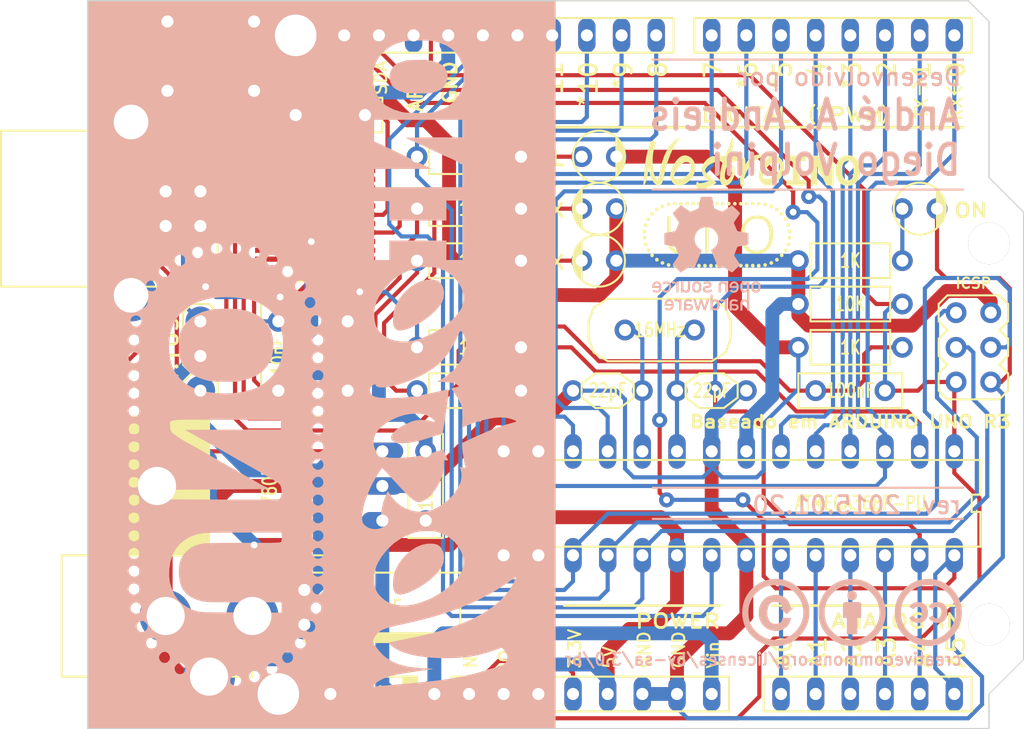
<source format=kicad_pcb>
(kicad_pcb (version 3) (host pcbnew "(2013-07-07 BZR 4022)-stable")
  (layers (15 F.Cu signal) (0 B.Cu signal) (18 B.Paste user hide) (19 F.Paste user hide) (20 B.SilkS user) (21 F.SilkS user hide) (22 B.Mask user hide) (23 F.Mask user hide) (28 Edge.Cuts user))
  (net 0 "")
  (net 1 +3.3V)
  (net 2 +5V)
  (net 3 /AREF)
  (net 4 /MISO)
  (net 5 /MOSI)
  (net 6 /RESET)
  (net 7 /RX)
  (net 8 /SCK)
  (net 9 /SCL)
  (net 10 /SDA)
  (net 11 /TX)
  (net 12 DTR)
  (net 13 GND)
  (net 14 N-0000010)
  (net 15 N-0000011)
  (net 16 N-0000012)
  (net 17 N-0000013)
  (net 18 N-0000014)
  (net 19 N-0000015)
  (net 20 N-0000016)
  (net 21 N-0000017)
  (net 22 N-0000018)
  (net 23 N-0000019)
  (net 24 N-0000020)
  (net 25 N-0000021)
  (net 26 N-0000022)
  (net 27 N-0000024)
  (net 28 N-0000027)
  (net 29 N-000003)
  (net 30 N-0000032)
  (net 31 N-0000033)
  (net 32 N-0000034)
  (net 33 N-000004)
  (net 34 N-0000047)
  (net 35 N-0000048)
  (net 36 N-000005)
  (net 37 N-0000052)
  (net 38 N-000006)
  (net 39 N-000008)
  (net 40 "USB D+")
  (net 41 "USB D-")
  (net 42 Vin)
  (module Resistor_0,5W (layer F.Cu) (at 146.05 108.585 180)
    (fp_text reference R3 hide)
    (fp_text value 10K (at 3.81 0 180) (layer F.SilkS) (effects (font (size 1.016 0.762) (thickness 0.1524))))
    (pad 1 thru_hole circle (at 0 0 180) (size 1.524 1.524) (drill 0.889) (layers *.Cu *.Mask) (net 6 /RESET))
    (pad 2 thru_hole circle (at 7.62 0 180) (size 1.524 1.524) (drill 0.889) (layers *.Cu *.Mask) (net 2 +5V))
  )
  (module Resistor_0,5W (layer F.Cu) (at 110.49 105.41)
    (fp_text reference R7 hide)
    (fp_text value 1K (at 3.81 0) (layer F.SilkS) (effects (font (size 1.016 0.762) (thickness 0.1524))))
    (pad 1 thru_hole circle (at 0 0) (size 1.524 1.524) (drill 0.889) (layers *.Cu *.Mask) (net 28 N-0000027))
    (pad 2 thru_hole circle (at 7.62 0) (size 1.524 1.524) (drill 0.889) (layers *.Cu *.Mask) (net 31 N-0000033))
  )
  (module Resistor_0,5W (layer F.Cu) (at 110.49 101.6)
    (fp_text reference R6 hide)
    (fp_text value 1K (at 3.81 0) (layer F.SilkS) (effects (font (size 1.016 0.762) (thickness 0.1524))))
    (pad 1 thru_hole circle (at 0 0) (size 1.524 1.524) (drill 0.889) (layers *.Cu *.Mask) (net 30 N-0000032))
    (pad 2 thru_hole circle (at 7.62 0) (size 1.524 1.524) (drill 0.889) (layers *.Cu *.Mask) (net 32 N-0000034))
  )
  (module Resistor_0,5W (layer F.Cu) (at 146.05 105.41 180)
    (fp_text reference R1 hide)
    (fp_text value 1K (at 3.81 0 180) (layer F.SilkS) (effects (font (size 1.016 0.762) (thickness 0.1524))))
    (pad 1 thru_hole circle (at 0 0 180) (size 1.524 1.524) (drill 0.889) (layers *.Cu *.Mask) (net 38 N-000006))
    (pad 2 thru_hole circle (at 7.62 0 180) (size 1.524 1.524) (drill 0.889) (layers *.Cu *.Mask) (net 2 +5V))
  )
  (module Resistor_0,5W (layer F.Cu) (at 110.49 114.935)
    (fp_text reference R5 hide)
    (fp_text value 1K (at 3.81 0) (layer F.SilkS) (effects (font (size 1.016 0.762) (thickness 0.1524))))
    (pad 1 thru_hole circle (at 0 0) (size 1.524 1.524) (drill 0.889) (layers *.Cu *.Mask) (net 39 N-000008))
    (pad 2 thru_hole circle (at 7.62 0) (size 1.524 1.524) (drill 0.889) (layers *.Cu *.Mask) (net 11 /TX))
  )
  (module Resistor_0,5W (layer F.Cu) (at 110.49 111.76)
    (fp_text reference R4 hide)
    (fp_text value 1K (at 3.81 0) (layer F.SilkS) (effects (font (size 1.016 0.762) (thickness 0.1524))))
    (pad 1 thru_hole circle (at 0 0) (size 1.524 1.524) (drill 0.889) (layers *.Cu *.Mask) (net 36 N-000005))
    (pad 2 thru_hole circle (at 7.62 0) (size 1.524 1.524) (drill 0.889) (layers *.Cu *.Mask) (net 7 /RX))
  )
  (module Resistor_0,5W (layer F.Cu) (at 138.43 111.76)
    (fp_text reference R2 hide)
    (fp_text value 1K (at 3.81 0) (layer F.SilkS) (effects (font (size 1.016 0.762) (thickness 0.1524))))
    (pad 1 thru_hole circle (at 0 0) (size 1.524 1.524) (drill 0.889) (layers *.Cu *.Mask) (net 13 GND))
    (pad 2 thru_hole circle (at 7.62 0) (size 1.524 1.524) (drill 0.889) (layers *.Cu *.Mask) (net 12 DTR))
  )
  (module Diodo_1A (layer F.Cu) (at 104.14 137.16)
    (fp_text reference D1 hide)
    (fp_text value 1N4007 (at 3.302 0) (layer F.SilkS) (effects (font (size 1.016 0.6858) (thickness 0.1524))))
    (pad A thru_hole circle (at 0 0) (size 2.159 2.159) (drill 0.889) (layers *.Cu *.Mask) (net 29 N-000003))
    (pad K thru_hole circle (at 7.62 0) (size 2.159 2.159) (drill 0.889) (layers *.Cu *.Mask) (net 42 Vin))
  )
  (module Cristal (layer F.Cu) (at 130.81 110.49 180)
    (fp_text reference XTAL1 hide)
    (fp_text value 16MHz (at 2.54 0 180) (layer F.SilkS) (effects (font (size 1.016 0.762) (thickness 0.1524))))
    (pad 1 thru_hole circle (at 0 0 180) (size 1.524 1.524) (drill 0.889) (layers *.Cu *.Mask) (net 35 N-0000048))
    (pad 2 thru_hole circle (at 5.08 0 180) (size 1.524 1.524) (drill 0.889) (layers *.Cu *.Mask) (net 34 N-0000047))
  )
  (module Capacitor_15pF (layer F.Cu) (at 129.54 114.935)
    (fp_text reference C3 hide)
    (fp_text value 22pF (at 2.54 0) (layer F.SilkS) (effects (font (size 1.016 0.762) (thickness 0.1524))))
    (pad 1 thru_hole circle (at 0 0) (size 1.524 1.524) (drill 0.889) (layers *.Cu *.Mask) (net 35 N-0000048))
    (pad 2 thru_hole circle (at 5.08 0) (size 1.524 1.524) (drill 0.889) (layers *.Cu *.Mask) (net 13 GND))
  )
  (module Capacitor_15pF (layer F.Cu) (at 127 114.935 180)
    (fp_text reference C4 hide)
    (fp_text value 22pF (at 2.54 0 180) (layer F.SilkS) (effects (font (size 1.016 0.762) (thickness 0.1524))))
    (pad 1 thru_hole circle (at 0 0 180) (size 1.524 1.524) (drill 0.889) (layers *.Cu *.Mask) (net 34 N-0000047))
    (pad 2 thru_hole circle (at 5.08 0 180) (size 1.524 1.524) (drill 0.889) (layers *.Cu *.Mask) (net 13 GND))
  )
  (module Capacitor_100nFx63V (layer F.Cu) (at 100.33 109.855 270)
    (fp_text reference C7 hide)
    (fp_text value 10nF (at 2.54 0 270) (layer F.SilkS) (effects (font (size 1.016 0.762) (thickness 0.1524))))
    (pad 1 thru_hole circle (at 0 0 270) (size 1.524 1.524) (drill 0.889) (layers *.Cu *.Mask) (net 33 N-000004))
    (pad 2 thru_hole circle (at 5.08 0 270) (size 1.524 1.524) (drill 0.889) (layers *.Cu *.Mask) (net 13 GND))
  )
  (module Capacitor_100nFx63V (layer F.Cu) (at 139.7 114.935)
    (fp_text reference C9 hide)
    (fp_text value 100nF (at 2.54 0) (layer F.SilkS) (effects (font (size 1.016 0.762) (thickness 0.1524))))
    (pad 1 thru_hole circle (at 0 0) (size 1.524 1.524) (drill 0.889) (layers *.Cu *.Mask) (net 12 DTR))
    (pad 2 thru_hole circle (at 5.08 0) (size 1.524 1.524) (drill 0.889) (layers *.Cu *.Mask) (net 6 /RESET))
  )
  (module Capacitor_100nFx63V (layer F.Cu) (at 101.6 94.742)
    (fp_text reference C8 hide)
    (fp_text value 100nF (at 2.54 0) (layer F.SilkS) (effects (font (size 1.016 0.762) (thickness 0.1524))))
    (pad 1 thru_hole circle (at 0 0) (size 1.524 1.524) (drill 0.889) (layers *.Cu *.Mask) (net 1 +3.3V))
    (pad 2 thru_hole circle (at 5.08 0) (size 1.524 1.524) (drill 0.889) (layers *.Cu *.Mask) (net 13 GND))
  )
  (module Capacitor_100nFx63V (layer F.Cu) (at 111.125 124.46 90)
    (fp_text reference C1 hide)
    (fp_text value 100nF (at 2.54 0 90) (layer F.SilkS) (effects (font (size 1.016 0.762) (thickness 0.1524))))
    (pad 1 thru_hole circle (at 0 0 90) (size 1.524 1.524) (drill 0.889) (layers *.Cu *.Mask) (net 3 /AREF))
    (pad 2 thru_hole circle (at 5.08 0 90) (size 1.524 1.524) (drill 0.889) (layers *.Cu *.Mask) (net 13 GND))
  )
  (module Ilha_furo_120mils (layer F.Cu) (at 152.4 132.08)
    (fp_text reference X11 hide)
    (fp_text value Fix4 hide)
    (pad 1 thru_hole circle (at 0 0) (size 3.048 3.048) (drill 3.048) (layers *.Cu *.Mask F.SilkS))
  )
  (module Ilha_furo_120mils (layer F.Cu) (at 101.6 88.9)
    (fp_text reference X8 hide)
    (fp_text value Fix1 hide)
    (pad 1 thru_hole circle (at 0 0) (size 3.048 3.048) (drill 3.048) (layers *.Cu *.Mask F.SilkS))
  )
  (module Ilha_furo_120mils (layer F.Cu) (at 100.33 137.16)
    (fp_text reference X9 hide)
    (fp_text value Fix2 hide)
    (pad 1 thru_hole circle (at 0 0) (size 3.048 3.048) (drill 3.048) (layers *.Cu *.Mask F.SilkS))
  )
  (module Ilha_furo_120mils (layer F.Cu) (at 152.4 104.14)
    (fp_text reference X10 hide)
    (fp_text value Fix3 hide)
    (pad 1 thru_hole circle (at 0 0) (size 3.048 3.048) (drill 3.048) (layers *.Cu *.Mask F.SilkS))
  )
  (module Conector_USB_tipo_B (layer F.Cu) (at 92.075 100.33 270)
    (fp_text reference X2 hide)
    (fp_text value USB (at 1.27 3.81 270) (layer F.SilkS) (effects (font (size 1.016 0.762) (thickness 0.1524))))
    (pad "" thru_hole circle (at 7.62 2.54 270) (size 3.81 3.81) (drill 2.54) (layers *.Cu *.Mask))
    (pad "" thru_hole circle (at -5.08 2.54 270) (size 3.81 3.81) (drill 2.54) (layers *.Cu *.Mask))
    (pad 1 thru_hole circle (at 2.54 -2.54 270) (size 1.524 1.524) (drill 0.889) (layers *.Cu *.Mask) (net 33 N-000004))
    (pad 2 thru_hole circle (at 0 -2.54 270) (size 1.524 1.524) (drill 0.889) (layers *.Cu *.Mask) (net 41 "USB D-"))
    (pad 3 thru_hole circle (at 0 0 270) (size 1.524 1.524) (drill 0.889) (layers *.Cu *.Mask) (net 40 "USB D+"))
    (pad 4 thru_hole circle (at 2.54 0 270) (size 1.524 1.524) (drill 0.889) (layers *.Cu *.Mask) (net 13 GND))
  )
  (module Conector_entrada_para_fonte (layer F.Cu) (at 92.075 131.445)
    (fp_text reference X1 hide)
    (fp_text value Alimentação (at -3.81 0 90) (layer F.SilkS) (effects (font (size 1.016 0.762) (thickness 0.1524))))
    (pad 2 thru_hole circle (at 3.175 4.445) (size 3.81 3.81) (drill 2.794) (layers *.Cu *.Mask) (net 13 GND))
    (pad 2 thru_hole circle (at 0 0) (size 3.81 3.81) (drill 2.794) (layers *.Cu *.Mask) (net 13 GND))
    (pad 1 thru_hole circle (at 6.35 0) (size 3.81 3.81) (drill 2.794) (layers *.Cu *.Mask) (net 29 N-000003))
  )
  (module Barra_pino_estampado_duplo_180graus_3x (layer F.Cu) (at 149.987 109.22 270)
    (fp_text reference X5 hide)
    (fp_text value ICSP (at -2.159 -1.27 360) (layer F.SilkS) (effects (font (size 0.762 0.762) (thickness 0.1524))))
    (pad 6 thru_hole circle (at 5.08 -2.54 270) (size 1.524 1.524) (drill 0.889) (layers *.Cu *.Mask) (net 13 GND))
    (pad 5 thru_hole circle (at 5.08 0 270) (size 1.524 1.524) (drill 0.889) (layers *.Cu *.Mask) (net 6 /RESET))
    (pad 3 thru_hole circle (at 2.54 0 270) (size 1.524 1.524) (drill 0.889) (layers *.Cu *.Mask) (net 8 /SCK))
    (pad 4 thru_hole circle (at 2.54 -2.54 270) (size 1.524 1.524) (drill 0.889) (layers *.Cu *.Mask) (net 5 /MOSI))
    (pad 2 thru_hole circle (at 0 -2.54 270) (size 1.524 1.524) (drill 0.889) (layers *.Cu *.Mask) (net 2 +5V))
    (pad 1 thru_hole circle (at 0 0 270) (size 1.524 1.524) (drill 0.889) (layers *.Cu *.Mask) (net 4 /MISO))
  )
  (module Conector_pino_estampado_simples_180graus_10x (layer F.Cu) (at 128.016 88.9 180)
    (fp_text reference X4 hide)
    (fp_text value "DIGITAL (PWM#)" hide)
    (pad 7 thru_hole oval (at 15.24 0 180) (size 1.27 2.54) (drill 0.889) (layers *.Cu *.Mask) (net 13 GND))
    (pad 8 thru_hole oval (at 17.78 0 180) (size 1.27 2.54) (drill 0.889) (layers *.Cu *.Mask) (net 3 /AREF))
    (pad 10 thru_hole oval (at 22.86 0 180) (size 1.27 2.54) (drill 0.889) (layers *.Cu *.Mask) (net 9 /SCL))
    (pad 9 thru_hole oval (at 20.32 0 180) (size 1.27 2.54) (drill 0.889) (layers *.Cu *.Mask) (net 10 /SDA))
    (pad 5 thru_hole oval (at 10.16 0 180) (size 1.27 2.54) (drill 0.889) (layers *.Cu *.Mask) (net 4 /MISO))
    (pad 6 thru_hole oval (at 12.7 0 180) (size 1.27 2.54) (drill 0.889) (layers *.Cu *.Mask) (net 8 /SCK))
    (pad 4 thru_hole oval (at 7.62 0 180) (size 1.27 2.54) (drill 0.889) (layers *.Cu *.Mask) (net 5 /MOSI))
    (pad 3 thru_hole oval (at 5.08 0 180) (size 1.27 2.54) (drill 0.889) (layers *.Cu *.Mask) (net 25 N-0000021))
    (pad 1 thru_hole oval (at 0 0 180) (size 1.27 2.54) (drill 0.889) (layers *.Cu *.Mask) (net 24 N-0000020))
    (pad 2 thru_hole oval (at 2.54 0 180) (size 1.27 2.54) (drill 0.889) (layers *.Cu *.Mask) (net 26 N-0000022))
  )
  (module Barra_pino_estampado_simples_180graus_3x (layer F.Cu) (at 94.615 114.935 90)
    (fp_text reference J1 hide)
    (fp_text value USB|EXT. hide)
    (pad 3 thru_hole circle (at 5.08 0 90) (size 2.159 2.159) (drill 0.889) (layers *.Cu *.Mask) (net 33 N-000004))
    (pad 1 thru_hole circle (at 0 0 90) (size 2.159 2.159) (drill 0.889) (layers *.Cu *.Mask) (net 37 N-0000052))
    (pad 2 thru_hole circle (at 2.54 0 90) (size 2.159 2.159) (drill 0.889) (layers *.Cu *.Mask) (net 2 +5V))
  )
  (module Resistor_0,5W (layer F.Cu) (at 118.11 97.79 180)
    (fp_text reference R8 hide)
    (fp_text value 1K (at 3.81 0 180) (layer F.SilkS) (effects (font (size 1.016 0.762) (thickness 0.1524))))
    (pad 1 thru_hole circle (at 0 0 180) (size 1.524 1.524) (drill 0.889) (layers *.Cu *.Mask) (net 27 N-0000024))
    (pad 2 thru_hole circle (at 7.62 0 180) (size 1.524 1.524) (drill 0.889) (layers *.Cu *.Mask) (net 8 /SCK))
  )
  (module Conector_pino_estampado_simples_180graus_8x (layer F.Cu) (at 149.86 88.9 180)
    (fp_text reference X7 hide)
    (fp_text value "DIGITAL (PWM#)" hide)
    (pad 7 thru_hole oval (at 15.24 0 180) (size 1.27 2.54) (drill 0.889) (layers *.Cu *.Mask) (net 15 N-0000011))
    (pad 8 thru_hole oval (at 17.78 0 180) (size 1.27 2.54) (drill 0.889) (layers *.Cu *.Mask) (net 22 N-0000018))
    (pad 5 thru_hole oval (at 10.16 0 180) (size 1.27 2.54) (drill 0.889) (layers *.Cu *.Mask) (net 17 N-0000013))
    (pad 6 thru_hole oval (at 12.7 0 180) (size 1.27 2.54) (drill 0.889) (layers *.Cu *.Mask) (net 16 N-0000012))
    (pad 4 thru_hole oval (at 7.62 0 180) (size 1.27 2.54) (drill 0.889) (layers *.Cu *.Mask) (net 18 N-0000014))
    (pad 3 thru_hole oval (at 5.08 0 180) (size 1.27 2.54) (drill 0.889) (layers *.Cu *.Mask) (net 19 N-0000015))
    (pad 1 thru_hole oval (at 0 0 180) (size 1.27 2.54) (drill 0.889) (layers *.Cu *.Mask) (net 7 /RX))
    (pad 2 thru_hole oval (at 2.54 0 180) (size 1.27 2.54) (drill 0.889) (layers *.Cu *.Mask) (net 11 /TX))
  )
  (module Conector_pino_estampado_simples_180graus_8x (layer F.Cu) (at 132.08 137.16 180)
    (fp_text reference X3 hide)
    (fp_text value POWER hide)
    (pad 7 thru_hole oval (at 15.24 0 180) (size 1.27 2.54) (drill 0.889) (layers *.Cu *.Mask) (net 2 +5V))
    (pad 8 thru_hole oval (at 17.78 0 180) (size 1.27 2.54) (drill 0.889) (layers *.Cu *.Mask))
    (pad 5 thru_hole oval (at 10.16 0 180) (size 1.27 2.54) (drill 0.889) (layers *.Cu *.Mask) (net 1 +3.3V))
    (pad 6 thru_hole oval (at 12.7 0 180) (size 1.27 2.54) (drill 0.889) (layers *.Cu *.Mask) (net 6 /RESET))
    (pad 4 thru_hole oval (at 7.62 0 180) (size 1.27 2.54) (drill 0.889) (layers *.Cu *.Mask) (net 2 +5V))
    (pad 3 thru_hole oval (at 5.08 0 180) (size 1.27 2.54) (drill 0.889) (layers *.Cu *.Mask) (net 13 GND))
    (pad 1 thru_hole oval (at 0 0 180) (size 1.27 2.54) (drill 0.889) (layers *.Cu *.Mask) (net 42 Vin))
    (pad 2 thru_hole oval (at 2.54 0 180) (size 1.27 2.54) (drill 0.889) (layers *.Cu *.Mask) (net 13 GND))
  )
  (module Conector_pino_estampado_simples_180graus_6x (layer F.Cu) (at 149.86 137.16 180)
    (fp_text reference X6 hide)
    (fp_text value "ANALOG IN" hide)
    (pad 5 thru_hole oval (at 10.16 0 180) (size 1.27 2.54) (drill 0.889) (layers *.Cu *.Mask) (net 14 N-0000010))
    (pad 6 thru_hole oval (at 12.7 0 180) (size 1.27 2.54) (drill 0.889) (layers *.Cu *.Mask) (net 23 N-0000019))
    (pad 4 thru_hole oval (at 7.62 0 180) (size 1.27 2.54) (drill 0.889) (layers *.Cu *.Mask) (net 21 N-0000017))
    (pad 3 thru_hole oval (at 5.08 0 180) (size 1.27 2.54) (drill 0.889) (layers *.Cu *.Mask) (net 20 N-0000016))
    (pad 1 thru_hole oval (at 0 0 180) (size 1.27 2.54) (drill 0.889) (layers *.Cu *.Mask) (net 9 /SCL))
    (pad 2 thru_hole oval (at 2.54 0 180) (size 1.27 2.54) (drill 0.889) (layers *.Cu *.Mask) (net 10 /SDA))
  )
  (module Capacitor_100nFx63V (layer F.Cu) (at 105.41 114.935 90)
    (fp_text reference C6 hide)
    (fp_text value 100nF (at 2.54 0 90) (layer F.SilkS) (effects (font (size 1.016 0.762) (thickness 0.1524))))
    (pad 1 thru_hole circle (at 0 0 90) (size 1.524 1.524) (drill 0.889) (layers *.Cu *.Mask) (net 37 N-0000052))
    (pad 2 thru_hole circle (at 5.08 0 90) (size 1.524 1.524) (drill 0.889) (layers *.Cu *.Mask) (net 13 GND))
  )
  (module Capacitor_10uFx50V_horizontal (layer F.Cu) (at 102.235 129.54 270)
    (fp_text reference C5 hide)
    (fp_text value 10uF (at 1.27 -5.715 360) (layer F.SilkS) (effects (font (size 1.016 0.762) (thickness 0.1524))))
    (pad + thru_hole circle (at 0 0 270) (size 2.159 2.159) (drill 0.889) (layers *.Cu *.Mask) (net 37 N-0000052))
    (pad - thru_hole circle (at 2.54 0 270) (size 2.159 2.159) (drill 0.889) (layers *.Cu *.Mask) (net 13 GND))
  )
  (module LED3mm (layer F.Cu) (at 122.555 97.79)
    (fp_text reference D5 hide)
    (fp_text value L hide)
    (pad A thru_hole circle (at 0 0) (size 1.524 1.524) (drill 0.889) (layers *.Cu *.Mask) (net 27 N-0000024))
    (pad K thru_hole circle (at 2.54 0) (size 1.524 1.524) (drill 0.889) (layers *.Cu *.Mask) (net 13 GND))
  )
  (module LED3mm (layer F.Cu) (at 125.095 101.6 180)
    (fp_text reference D3 hide)
    (fp_text value TX hide)
    (pad A thru_hole circle (at 0 0 180) (size 1.524 1.524) (drill 0.889) (layers *.Cu *.Mask) (net 2 +5V))
    (pad K thru_hole circle (at 2.54 0 180) (size 1.524 1.524) (drill 0.889) (layers *.Cu *.Mask) (net 32 N-0000034))
  )
  (module LED3mm (layer F.Cu) (at 125.095 105.41 180)
    (fp_text reference D4 hide)
    (fp_text value RX hide)
    (pad A thru_hole circle (at 0 0 180) (size 1.524 1.524) (drill 0.889) (layers *.Cu *.Mask) (net 2 +5V))
    (pad K thru_hole circle (at 2.54 0 180) (size 1.524 1.524) (drill 0.889) (layers *.Cu *.Mask) (net 31 N-0000033))
  )
  (module LED3mm (layer F.Cu) (at 146.05 101.6)
    (fp_text reference D2 hide)
    (fp_text value ON hide)
    (pad A thru_hole circle (at 0 0) (size 1.524 1.524) (drill 0.889) (layers *.Cu *.Mask) (net 38 N-000006))
    (pad K thru_hole circle (at 2.54 0) (size 1.524 1.524) (drill 0.889) (layers *.Cu *.Mask) (net 13 GND))
  )
  (module CI28SSOP (layer F.Cu) (at 106.6 105.95 90)
    (fp_text reference U3 hide)
    (fp_text value FT232RL (at 5.874 -3.476 90) (layer F.SilkS) (effects (font (size 1.016 0.762) (thickness 0.1524))))
    (pad 25 smd rect (at 1.95 -7.15 90) (size 0.381 1.651) (layers F.Cu F.Paste F.Mask) (net 13 GND))
    (pad 26 smd rect (at 1.3 -7.15 90) (size 0.381 1.651) (layers F.Cu F.Paste F.Mask) (net 13 GND))
    (pad 27 smd rect (at 0.65 -7.15 90) (size 0.381 1.651) (layers F.Cu F.Paste F.Mask))
    (pad 28 smd rect (at 0 -7.15 90) (size 0.381 1.651) (layers F.Cu F.Paste F.Mask))
    (pad 24 smd rect (at 2.6 -7.15 90) (size 0.381 1.651) (layers F.Cu F.Paste F.Mask))
    (pad 23 smd rect (at 3.25 -7.15 90) (size 0.381 1.651) (layers F.Cu F.Paste F.Mask) (net 30 N-0000032))
    (pad 22 smd rect (at 3.9 -7.15 90) (size 0.381 1.651) (layers F.Cu F.Paste F.Mask) (net 28 N-0000027))
    (pad 21 smd rect (at 4.55 -7.15 90) (size 0.381 1.651) (layers F.Cu F.Paste F.Mask) (net 13 GND))
    (pad 20 smd rect (at 5.2 -7.15 90) (size 0.381 1.651) (layers F.Cu F.Paste F.Mask) (net 2 +5V))
    (pad 19 smd rect (at 5.85 -7.15 90) (size 0.381 1.651) (layers F.Cu F.Paste F.Mask))
    (pad 17 smd rect (at 7.15 -7.15 90) (size 0.381 1.651) (layers F.Cu F.Paste F.Mask) (net 1 +3.3V))
    (pad 18 smd rect (at 6.5 -7.15 90) (size 0.381 1.651) (layers F.Cu F.Paste F.Mask) (net 13 GND))
    (pad 16 smd rect (at 7.8 -7.15 90) (size 0.381 1.651) (layers F.Cu F.Paste F.Mask) (net 41 "USB D-"))
    (pad 15 smd rect (at 8.45 -7.15 90) (size 0.381 1.651) (layers F.Cu F.Paste F.Mask) (net 40 "USB D+"))
    (pad 10 smd rect (at 5.85 0 90) (size 0.381 1.651) (layers F.Cu F.Paste F.Mask))
    (pad 9 smd rect (at 5.2 0 90) (size 0.381 1.651) (layers F.Cu F.Paste F.Mask))
    (pad 8 smd rect (at 4.55 0 90) (size 0.381 1.651) (layers F.Cu F.Paste F.Mask))
    (pad 7 smd rect (at 3.9 0 90) (size 0.381 1.651) (layers F.Cu F.Paste F.Mask) (net 13 GND))
    (pad 6 smd rect (at 3.25 0 90) (size 0.381 1.651) (layers F.Cu F.Paste F.Mask))
    (pad 5 smd rect (at 2.6 0 90) (size 0.381 1.651) (layers F.Cu F.Paste F.Mask) (net 39 N-000008))
    (pad 1 smd rect (at 0 0 90) (size 0.381 1.651) (layers F.Cu F.Paste F.Mask) (net 36 N-000005))
    (pad 2 smd rect (at 0.65 0 90) (size 0.381 1.651) (layers F.Cu F.Paste F.Mask) (net 12 DTR))
    (pad 3 smd rect (at 1.3 0 90) (size 0.381 1.651) (layers F.Cu F.Paste F.Mask))
    (pad 4 smd rect (at 1.95 0 90) (size 0.381 1.651) (layers F.Cu F.Paste F.Mask) (net 2 +5V))
    (pad 11 smd rect (at 6.5 0 90) (size 0.381 1.651) (layers F.Cu F.Paste F.Mask))
    (pad 12 smd rect (at 7.15 0 90) (size 0.381 1.651) (layers F.Cu F.Paste F.Mask))
    (pad 13 smd rect (at 7.8 0 90) (size 0.381 1.651) (layers F.Cu F.Paste F.Mask))
    (pad 14 smd rect (at 8.45 0 90) (size 0.381 1.651) (layers F.Cu F.Paste F.Mask))
  )
  (module CI28DIP300 (layer F.Cu) (at 149.86 119.38 180)
    (fp_text reference U2 hide)
    (fp_text value ATMEGA368P-PU (at 6.858 -3.81 180) (layer F.SilkS) (effects (font (size 1.016 0.762) (thickness 0.1524))))
    (pad 25 thru_hole oval (at 7.62 -7.62 180) (size 1.27 2.54) (drill 0.889) (layers *.Cu *.Mask) (net 21 N-0000017))
    (pad 26 thru_hole oval (at 5.08 -7.62 180) (size 1.27 2.54) (drill 0.889) (layers *.Cu *.Mask) (net 20 N-0000016))
    (pad 27 thru_hole oval (at 2.54 -7.62 180) (size 1.27 2.54) (drill 0.889) (layers *.Cu *.Mask) (net 10 /SDA))
    (pad 28 thru_hole oval (at 0 -7.62 180) (size 1.27 2.54) (drill 0.889) (layers *.Cu *.Mask) (net 9 /SCL))
    (pad 24 thru_hole oval (at 10.16 -7.62 180) (size 1.27 2.54) (drill 0.889) (layers *.Cu *.Mask) (net 14 N-0000010))
    (pad 23 thru_hole oval (at 12.7 -7.62 180) (size 1.27 2.54) (drill 0.889) (layers *.Cu *.Mask) (net 23 N-0000019))
    (pad 22 thru_hole oval (at 15.24 -7.62 180) (size 1.27 2.54) (drill 0.889) (layers *.Cu *.Mask) (net 13 GND))
    (pad 21 thru_hole oval (at 17.78 -7.62 180) (size 1.27 2.54) (drill 0.889) (layers *.Cu *.Mask) (net 3 /AREF))
    (pad 20 thru_hole oval (at 20.32 -7.62 180) (size 1.27 2.54) (drill 0.889) (layers *.Cu *.Mask) (net 2 +5V))
    (pad 19 thru_hole oval (at 22.86 -7.62 180) (size 1.27 2.54) (drill 0.889) (layers *.Cu *.Mask) (net 8 /SCK))
    (pad 17 thru_hole oval (at 27.94 -7.62 180) (size 1.27 2.54) (drill 0.889) (layers *.Cu *.Mask) (net 5 /MOSI))
    (pad 18 thru_hole oval (at 25.4 -7.62 180) (size 1.27 2.54) (drill 0.889) (layers *.Cu *.Mask) (net 4 /MISO))
    (pad 16 thru_hole oval (at 30.48 -7.62 180) (size 1.27 2.54) (drill 0.889) (layers *.Cu *.Mask) (net 25 N-0000021))
    (pad 15 thru_hole oval (at 33.02 -7.62 180) (size 1.27 2.54) (drill 0.889) (layers *.Cu *.Mask) (net 26 N-0000022))
    (pad 10 thru_hole oval (at 22.86 0 180) (size 1.27 2.54) (drill 0.889) (layers *.Cu *.Mask) (net 34 N-0000047))
    (pad 9 thru_hole oval (at 20.32 0 180) (size 1.27 2.54) (drill 0.889) (layers *.Cu *.Mask) (net 35 N-0000048))
    (pad 8 thru_hole oval (at 17.78 0 180) (size 1.27 2.54) (drill 0.889) (layers *.Cu *.Mask) (net 13 GND))
    (pad 7 thru_hole oval (at 15.24 0 180) (size 1.27 2.54) (drill 0.889) (layers *.Cu *.Mask) (net 2 +5V))
    (pad 6 thru_hole oval (at 12.7 0 180) (size 1.27 2.54) (drill 0.889) (layers *.Cu *.Mask) (net 17 N-0000013))
    (pad 5 thru_hole oval (at 10.16 0 180) (size 1.27 2.54) (drill 0.889) (layers *.Cu *.Mask) (net 18 N-0000014))
    (pad 1 thru_hole oval (at 0 0 180) (size 1.27 2.54) (drill 0.889) (layers *.Cu *.Mask) (net 6 /RESET))
    (pad 2 thru_hole oval (at 2.54 0 180) (size 1.27 2.54) (drill 0.889) (layers *.Cu *.Mask) (net 7 /RX))
    (pad 3 thru_hole oval (at 5.08 0 180) (size 1.27 2.54) (drill 0.889) (layers *.Cu *.Mask) (net 11 /TX))
    (pad 4 thru_hole oval (at 7.62 0 180) (size 1.27 2.54) (drill 0.889) (layers *.Cu *.Mask) (net 19 N-0000015))
    (pad 11 thru_hole oval (at 25.4 0 180) (size 1.27 2.54) (drill 0.889) (layers *.Cu *.Mask) (net 16 N-0000012))
    (pad 12 thru_hole oval (at 27.94 0 180) (size 1.27 2.54) (drill 0.889) (layers *.Cu *.Mask) (net 15 N-0000011))
    (pad 13 thru_hole oval (at 30.48 0 180) (size 1.27 2.54) (drill 0.889) (layers *.Cu *.Mask) (net 22 N-0000018))
    (pad 14 thru_hole oval (at 33.02 0 180) (size 1.27 2.54) (drill 0.889) (layers *.Cu *.Mask) (net 24 N-0000020))
  )
  (module TO-220_horizontal (layer F.Cu) (at 107.95 121.92 90)
    (fp_text reference U1 hide)
    (fp_text value 7805 (at 0 -8.255 90) (layer F.SilkS) (effects (font (size 1.016 0.762) (thickness 0.1524))))
    (pad 3 thru_hole oval (at 2.54 0 90) (size 1.27 3.048) (drill 0.889) (layers *.Cu *.Mask) (net 37 N-0000052))
    (pad 2 thru_hole oval (at 0 0 90) (size 1.27 3.048) (drill 0.889) (layers *.Cu *.Mask) (net 13 GND))
    (pad 1 thru_hole oval (at -2.54 0 90) (size 1.27 3.048) (drill 0.889) (layers *.Cu *.Mask) (net 42 Vin))
    (pad P thru_hole circle (at 0 -16.51 90) (size 5.08 5.08) (drill 2.794) (layers *.Cu *.Mask))
  )
  (module OSHW-logo_B.SilkS_8mm_flipped (layer F.Cu) (at 131.699 104.902)
    (fp_text reference VAL hide)
    (fp_text value REF hide)
  )
  (module CC-logo_B.SilkS_5mm_flipped (layer F.Cu) (at 147.955 131.191)
    (fp_text reference VAL hide)
    (fp_text value REF hide)
  )
  (module BY-logo_B.SilkS_5mm_flipped (layer F.Cu) (at 142.367 131.191)
    (fp_text reference VAL hide)
    (fp_text value REF hide)
  )
  (module SA-logo_B.SilkS_5mm_flipped (layer F.Cu) (at 136.779 131.191)
    (fp_text reference VAL hide)
    (fp_text value REF hide)
  )
  (module Chave_tactil_4_terminais_6x6mm (layer F.Cu) (at 98.552 92.964 180)
    (fp_text reference CH1 hide)
    (fp_text value RESET hide)
    (pad 2 thru_hole circle (at 6.35 5.08 180) (size 2.159 2.159) (drill 0.889) (layers *.Cu *.Mask) (net 6 /RESET))
    (pad 1 thru_hole circle (at 6.35 0 180) (size 2.159 2.159) (drill 0.889) (layers *.Cu *.Mask) (net 13 GND))
    (pad 1 thru_hole circle (at 0 0 180) (size 2.159 2.159) (drill 0.889) (layers *.Cu *.Mask) (net 13 GND))
    (pad 2 thru_hole circle (at 0 5.08 180) (size 2.159 2.159) (drill 0.889) (layers *.Cu *.Mask) (net 6 /RESET))
  )
  (module UNO-logo_F.SilkS_11mm (layer F.Cu) (at 132.461 103.505)
    (fp_text reference VAL hide)
    (fp_text value REF hide)
  )
  (module Nostroino-logo_F.SilkS_16mm (layer F.Cu) (at 135.001 98.298)
    (fp_text reference VAL hide)
    (fp_text value REF hide)
  )
  (module Nostroino_UNO-logo_B.SilkS_34.29mm_flipped (layer F.Cu) (at 103.5685 112.9665)
    (fp_text reference VAL hide)
    (fp_text value REF hide)
  )
  (gr_text "rev. 2015.01.20" (at 150.495 123.317) (layer B.SilkS) (effects (font (size 1.27 1.27) (thickness 0.2032)) (justify left mirror)))
  (gr_line (start 150.495 122.047) (end 127.762 122.047) (angle 90) (layer B.SilkS) (width 0.1524))
  (gr_line (start 150.495 124.333) (end 127.762 124.333) (angle 90) (layer B.SilkS) (width 0.1524))
  (gr_text EXT.|USB (at 92.456 112.395 90) (layer F.SilkS) (effects (font (size 1.016 1.143) (thickness 0.2032))))
  (gr_text RESET (at 95.377 94.742) (layer F.SilkS) (effects (font (size 1.016 1.143) (thickness 0.2032))))
  (gr_text ON (at 149.733 101.727) (layer F.SilkS) (effects (font (size 1.016 1.143) (thickness 0.2032)) (justify left)))
  (gr_text RX (at 121.412 105.537) (layer F.SilkS) (effects (font (size 1.016 1.143) (thickness 0.2032)) (justify right)))
  (gr_text TX (at 121.412 101.727) (layer F.SilkS) (effects (font (size 1.016 1.143) (thickness 0.2032)) (justify right)))
  (gr_text L (at 121.412 97.917) (layer F.SilkS) (effects (font (size 1.016 1.143) (thickness 0.2032)) (justify right)))
  (gr_text "(*      )" (at 145.161 94.615) (layer F.SilkS) (effects (font (size 0.889 0.889) (thickness 0.1524)) (justify right)))
  (gr_text "DIGITAL   PWM" (at 131.191 94.742) (layer F.SilkS) (effects (font (size 1.016 1.2192) (thickness 0.2032)) (justify left)))
  (gr_text * (at 120.269 93.218 90) (layer F.SilkS) (effects (font (size 1.016 1.016) (thickness 0.1524)) (justify right)))
  (gr_text * (at 122.809 93.218 90) (layer F.SilkS) (effects (font (size 1.016 1.016) (thickness 0.1524)) (justify right)))
  (gr_text * (at 125.349 91.948 90) (layer F.SilkS) (effects (font (size 1.016 1.016) (thickness 0.1524)) (justify right)))
  (gr_text * (at 134.493 91.948 90) (layer F.SilkS) (effects (font (size 1.016 1.016) (thickness 0.1524)) (justify right)))
  (gr_text * (at 137.033 91.948 90) (layer F.SilkS) (effects (font (size 1.016 1.016) (thickness 0.1524)) (justify right)))
  (gr_text * (at 142.113 91.948 90) (layer F.SilkS) (effects (font (size 1.016 1.016) (thickness 0.1524)) (justify right)))
  (gr_line (start 149.86 92.202) (end 149.86 93.218) (angle 90) (layer F.SilkS) (width 0.1524))
  (gr_line (start 150.368 92.71) (end 149.86 93.218) (angle 90) (layer F.SilkS) (width 0.1524))
  (gr_line (start 149.352 92.71) (end 149.86 93.218) (angle 90) (layer F.SilkS) (width 0.1524))
  (gr_line (start 147.32 92.202) (end 147.828 92.71) (angle 90) (layer F.SilkS) (width 0.1524))
  (gr_line (start 147.32 92.202) (end 146.812 92.71) (angle 90) (layer F.SilkS) (width 0.1524))
  (gr_line (start 147.32 92.202) (end 147.32 93.218) (angle 90) (layer F.SilkS) (width 0.1524))
  (gr_text creativecommons.org/licenses/by-sa/3.0/br (at 150.495 134.62) (layer B.SilkS) (effects (font (size 0.889 0.8382) (thickness 0.1524)) (justify left mirror)))
  (gr_line (start 150.495 100.203) (end 127.762 100.203) (angle 90) (layer B.SilkS) (width 0.1524))
  (gr_line (start 150.495 90.678) (end 127.762 90.678) (angle 90) (layer B.SilkS) (width 0.1524))
  (gr_text NC (at 114.427 135.382 90) (layer F.SilkS) (effects (font (size 0.889 0.889) (thickness 0.1524)) (justify left)))
  (gr_text "Diego Volpini" (at 150.495 98.044) (layer B.SilkS) (effects (font (size 2.159 1.8288) (thickness 0.3556)) (justify left mirror)))
  (gr_text "André A. Andreis" (at 150.495 94.742) (layer B.SilkS) (effects (font (size 2.159 1.8288) (thickness 0.3556)) (justify left mirror)))
  (gr_text "Desenvolvido por" (at 150.495 91.948) (layer B.SilkS) (effects (font (size 1.27 1.27) (thickness 0.2032)) (justify left mirror)))
  (gr_text POWER (at 132.842 131.826) (layer F.SilkS) (effects (font (size 1.016 1.2192) (thickness 0.2032)) (justify right)))
  (gr_text "ANALOG IN" (at 150.622 131.826) (layer F.SilkS) (effects (font (size 1.016 1.2192) (thickness 0.2032)) (justify right)))
  (gr_text IOREF (at 116.967 135.382 90) (layer F.SilkS) (effects (font (size 0.889 0.889) (thickness 0.1524)) (justify left)))
  (gr_text RESET (at 119.507 135.382 90) (layer F.SilkS) (effects (font (size 0.889 0.889) (thickness 0.1524)) (justify left)))
  (gr_text 3.3V (at 122.047 135.382 90) (layer F.SilkS) (effects (font (size 0.889 0.889) (thickness 0.1524)) (justify left)))
  (gr_text 5V (at 124.587 135.382 90) (layer F.SilkS) (effects (font (size 0.889 0.889) (thickness 0.1524)) (justify left)))
  (gr_text GND (at 127.127 135.382 90) (layer F.SilkS) (effects (font (size 0.889 0.889) (thickness 0.1524)) (justify left)))
  (gr_text GND (at 129.667 135.382 90) (layer F.SilkS) (effects (font (size 0.889 0.889) (thickness 0.1524)) (justify left)))
  (gr_text Vin (at 132.207 135.382 90) (layer F.SilkS) (effects (font (size 0.889 0.889) (thickness 0.1524)) (justify left)))
  (gr_text A0 (at 137.287 135.382 90) (layer F.SilkS) (effects (font (size 1.27 1.27) (thickness 0.2032)) (justify left)))
  (gr_text A1 (at 139.827 135.382 90) (layer F.SilkS) (effects (font (size 1.27 1.27) (thickness 0.2032)) (justify left)))
  (gr_text A2 (at 142.367 135.382 90) (layer F.SilkS) (effects (font (size 1.27 1.27) (thickness 0.2032)) (justify left)))
  (gr_text A3 (at 144.907 135.382 90) (layer F.SilkS) (effects (font (size 1.27 1.27) (thickness 0.2032)) (justify left)))
  (gr_text A4 (at 147.447 135.382 90) (layer F.SilkS) (effects (font (size 1.27 1.27) (thickness 0.2032)) (justify left)))
  (gr_text A5 (at 149.987 135.382 90) (layer F.SilkS) (effects (font (size 1.27 1.27) (thickness 0.2032)) (justify left)))
  (gr_text "Baseado em ARDUINO UNO R3" (at 142.24 117.221) (layer F.SilkS) (effects (font (size 0.889 1.016) (thickness 0.2032))))
  (gr_text SCL (at 105.283 90.678 90) (layer F.SilkS) (effects (font (size 0.889 0.889) (thickness 0.1524)) (justify right)))
  (gr_text SDA (at 107.823 90.678 90) (layer F.SilkS) (effects (font (size 0.889 0.889) (thickness 0.1524)) (justify right)))
  (gr_text RX (at 149.987 95.25 90) (layer F.SilkS) (effects (font (size 0.889 0.889) (thickness 0.1524)) (justify left)))
  (gr_text TX (at 147.447 95.123 90) (layer F.SilkS) (effects (font (size 0.889 0.889) (thickness 0.1524)) (justify left)))
  (gr_text 0 (at 149.987 90.678 90) (layer F.SilkS) (effects (font (size 1.27 1.27) (thickness 0.2032)) (justify right)))
  (gr_text 1 (at 147.447 90.678 90) (layer F.SilkS) (effects (font (size 1.27 1.27) (thickness 0.2032)) (justify right)))
  (gr_text 2 (at 144.907 90.678 90) (layer F.SilkS) (effects (font (size 1.27 1.27) (thickness 0.2032)) (justify right)))
  (gr_text 3 (at 142.367 90.678 90) (layer F.SilkS) (effects (font (size 1.27 1.27) (thickness 0.2032)) (justify right)))
  (gr_text 4 (at 139.827 90.678 90) (layer F.SilkS) (effects (font (size 1.27 1.27) (thickness 0.2032)) (justify right)))
  (gr_text 5 (at 137.287 90.678 90) (layer F.SilkS) (effects (font (size 1.27 1.27) (thickness 0.2032)) (justify right)))
  (gr_text 6 (at 134.747 90.678 90) (layer F.SilkS) (effects (font (size 1.27 1.27) (thickness 0.2032)) (justify right)))
  (gr_text 7 (at 132.207 90.678 90) (layer F.SilkS) (effects (font (size 1.27 1.27) (thickness 0.2032)) (justify right)))
  (gr_text 8 (at 128.143 90.678 90) (layer F.SilkS) (effects (font (size 1.27 1.27) (thickness 0.2032)) (justify right)))
  (gr_text 9 (at 125.603 90.678 90) (layer F.SilkS) (effects (font (size 1.27 1.27) (thickness 0.2032)) (justify right)))
  (gr_text 10 (at 123.063 90.678 90) (layer F.SilkS) (effects (font (size 1.27 1.27) (thickness 0.2032)) (justify right)))
  (gr_text 11 (at 120.523 90.678 90) (layer F.SilkS) (effects (font (size 1.27 1.27) (thickness 0.2032)) (justify right)))
  (gr_text 12 (at 117.983 90.678 90) (layer F.SilkS) (effects (font (size 1.27 1.27) (thickness 0.2032)) (justify right)))
  (gr_text 13 (at 115.443 90.678 90) (layer F.SilkS) (effects (font (size 1.27 1.27) (thickness 0.2032)) (justify right)))
  (gr_text GND (at 112.903 90.678 90) (layer F.SilkS) (effects (font (size 1.016 1.016) (thickness 0.2032)) (justify right)))
  (gr_text AREF (at 110.363 90.678 90) (layer F.SilkS) (effects (font (size 1.016 1.016) (thickness 0.2032)) (justify right)))
  (gr_line (start 150.495 95.631) (end 114.681 95.631) (angle 90) (layer F.SilkS) (width 0.2))
  (gr_line (start 132.715 130.683) (end 121.285 130.683) (angle 90) (layer F.SilkS) (width 0.2))
  (gr_line (start 150.495 130.683) (end 136.525 130.683) (angle 90) (layer F.SilkS) (width 0.2))
  (gr_line (start 86.36 86.36) (end 86.36 139.7) (angle 90) (layer Edge.Cuts) (width 0.1))
  (gr_line (start 150.876 86.36) (end 86.36 86.36) (angle 90) (layer Edge.Cuts) (width 0.1))
  (gr_line (start 152.4 87.884) (end 150.876 86.36) (angle 90) (layer Edge.Cuts) (width 0.1))
  (gr_line (start 152.4 99.314) (end 152.4 87.884) (angle 90) (layer Edge.Cuts) (width 0.1))
  (gr_line (start 154.94 101.854) (end 152.4 99.314) (angle 90) (layer Edge.Cuts) (width 0.1))
  (gr_line (start 154.94 134.62) (end 154.94 101.854) (angle 90) (layer Edge.Cuts) (width 0.1))
  (gr_line (start 152.4 137.16) (end 154.94 134.62) (angle 90) (layer Edge.Cuts) (width 0.1))
  (gr_line (start 152.4 139.7) (end 152.4 137.16) (angle 90) (layer Edge.Cuts) (width 0.1))
  (gr_line (start 86.36 139.7) (end 152.4 139.7) (angle 90) (layer Edge.Cuts) (width 0.1))
  (segment (start 101.6635 139.192) (end 114.808 139.192) (width 0.3048) (layer F.Cu) (net 1))
  (segment (start 114.808 139.192) (end 115.57 138.43) (width 0.3048) (layer F.Cu) (net 1))
  (segment (start 90.7415 104.8385) (end 90.7415 97.8535) (width 0.3048) (layer F.Cu) (net 1))
  (segment (start 90.7415 97.8535) (end 91.44 97.155) (width 0.3048) (layer F.Cu) (net 1))
  (segment (start 101.6 94.742) (end 93.853 94.742) (width 0.3048) (layer F.Cu) (net 1))
  (segment (start 93.853 94.742) (end 92.837 95.758) (width 0.3048) (layer F.Cu) (net 1))
  (segment (start 100.711 98.8) (end 100.971 98.8) (width 0.3048) (layer F.Cu) (net 1))
  (segment (start 101.6 98.171) (end 101.6 94.615) (width 0.3048) (layer F.Cu) (net 1))
  (segment (start 100.971 98.8) (end 101.6 98.171) (width 0.3048) (layer F.Cu) (net 1))
  (segment (start 121.92 137.16) (end 121.92 135.636) (width 0.3048) (layer F.Cu) (net 1))
  (segment (start 115.57 135.636) (end 115.57 138.43) (width 0.3048) (layer F.Cu) (net 1))
  (segment (start 116.459 134.747) (end 115.57 135.636) (width 0.3048) (layer F.Cu) (net 1))
  (segment (start 121.031 134.747) (end 116.459 134.747) (width 0.3048) (layer F.Cu) (net 1))
  (segment (start 121.92 135.636) (end 121.031 134.747) (width 0.3048) (layer F.Cu) (net 1))
  (segment (start 91.44 97.155) (end 92.837 95.758) (width 0.3048) (layer F.Cu) (net 1))
  (segment (start 92.837 95.758) (end 93.091 95.504) (width 0.3048) (layer F.Cu) (net 1))
  (segment (start 92.329 106.426) (end 90.7415 104.8385) (width 0.3048) (layer F.Cu) (net 1))
  (segment (start 92.329 109.728) (end 92.329 106.426) (width 0.3048) (layer F.Cu) (net 1))
  (segment (start 101.6635 139.192) (end 90.424 139.192) (width 0.3048) (layer F.Cu) (net 1))
  (segment (start 90.424 139.192) (end 87.884 136.652) (width 0.3048) (layer F.Cu) (net 1))
  (segment (start 87.884 136.652) (end 87.884 114.173) (width 0.3048) (layer F.Cu) (net 1))
  (segment (start 87.884 114.173) (end 92.329 109.728) (width 0.3048) (layer F.Cu) (net 1))
  (segment (start 99.45 98.8) (end 100.711 98.8) (width 0.3048) (layer F.Cu) (net 1))
  (segment (start 110.2995 126.238) (end 112.903 126.238) (width 1.016) (layer F.Cu) (net 2))
  (segment (start 114.935 124.206) (end 128.3335 124.206) (width 1.016) (layer F.Cu) (net 2))
  (segment (start 112.903 126.238) (end 114.935 124.206) (width 1.016) (layer F.Cu) (net 2))
  (segment (start 149.2885 107.6325) (end 146.7485 110.1725) (width 1.016) (layer F.Cu) (net 2))
  (segment (start 152.527 109.22) (end 152.527 108.3945) (width 1.016) (layer F.Cu) (net 2))
  (segment (start 138.43 109.4105) (end 138.43 108.585) (width 1.016) (layer F.Cu) (net 2))
  (segment (start 146.7485 110.1725) (end 139.192 110.1725) (width 1.016) (layer F.Cu) (net 2))
  (segment (start 139.192 110.1725) (end 138.43 109.4105) (width 1.016) (layer F.Cu) (net 2))
  (segment (start 151.765 107.6325) (end 149.2885 107.6325) (width 1.016) (layer F.Cu) (net 2))
  (segment (start 152.527 108.3945) (end 151.765 107.6325) (width 1.016) (layer F.Cu) (net 2))
  (segment (start 134.62 119.38) (end 134.62 117.221) (width 1.016) (layer B.Cu) (net 2))
  (segment (start 136.525 115.316) (end 136.525 109.22) (width 1.016) (layer B.Cu) (net 2))
  (segment (start 134.62 117.221) (end 136.525 115.316) (width 1.016) (layer B.Cu) (net 2))
  (segment (start 136.525 109.22) (end 137.16 108.585) (width 1.016) (layer B.Cu) (net 2))
  (segment (start 137.16 108.585) (end 138.43 108.585) (width 1.016) (layer B.Cu) (net 2))
  (segment (start 98.552 126.238) (end 95.3135 122.9995) (width 1.016) (layer B.Cu) (net 2))
  (segment (start 95.3135 122.9995) (end 95.3135 119.9515) (width 1.016) (layer B.Cu) (net 2))
  (segment (start 94.615 112.395) (end 94.4245 112.395) (width 1.016) (layer B.Cu) (net 2))
  (segment (start 92.71 117.348) (end 95.3135 119.9515) (width 1.016) (layer B.Cu) (net 2))
  (segment (start 92.71 114.1095) (end 92.71 117.348) (width 1.016) (layer B.Cu) (net 2))
  (segment (start 94.4245 112.395) (end 92.71 114.1095) (width 1.016) (layer B.Cu) (net 2))
  (via (at 98.552 126.238) (size 1.1) (layers F.Cu B.Cu) (net 2))
  (segment (start 102.1715 126.238) (end 98.552 126.238) (width 1.016) (layer F.Cu) (net 2))
  (segment (start 129.54 127) (end 129.54 125.4125) (width 1.016) (layer F.Cu) (net 2))
  (segment (start 129.54 125.4125) (end 128.3335 124.206) (width 1.016) (layer F.Cu) (net 2))
  (segment (start 110.2995 126.238) (end 102.1715 126.238) (width 1.016) (layer F.Cu) (net 2))
  (segment (start 102.1715 126.238) (end 98.7425 126.238) (width 1.016) (layer F.Cu) (net 2))
  (segment (start 129.54 127) (end 129.54 130.4925) (width 1.016) (layer F.Cu) (net 2))
  (segment (start 124.46 133.985) (end 124.46 137.16) (width 1.016) (layer F.Cu) (net 2))
  (segment (start 126.0475 132.3975) (end 124.46 133.985) (width 1.016) (layer F.Cu) (net 2))
  (segment (start 127.635 132.3975) (end 126.0475 132.3975) (width 1.016) (layer F.Cu) (net 2))
  (segment (start 129.54 130.4925) (end 127.635 132.3975) (width 1.016) (layer F.Cu) (net 2))
  (segment (start 138.43 105.41) (end 138.43 108.585) (width 1.016) (layer F.Cu) (net 2))
  (segment (start 125.095 101.6) (end 125.095 105.41) (width 1.016) (layer F.Cu) (net 2))
  (segment (start 102.743 104.013) (end 102.743 100.203) (width 1.016) (layer F.Cu) (net 2))
  (segment (start 105.37825 93.12275) (end 104.2035 94.2975) (width 1.016) (layer F.Cu) (net 2))
  (segment (start 104.2035 94.2975) (end 104.2035 98.7425) (width 1.016) (layer F.Cu) (net 2))
  (segment (start 109.7915 95.123) (end 107.79125 93.12275) (width 1.016) (layer F.Cu) (net 2))
  (segment (start 111.125 95.123) (end 109.7915 95.123) (width 1.016) (layer F.Cu) (net 2))
  (segment (start 112.8395 96.8375) (end 111.125 95.123) (width 1.016) (layer F.Cu) (net 2))
  (segment (start 112.8395 104.9655) (end 112.8395 96.8375) (width 1.016) (layer F.Cu) (net 2))
  (segment (start 115.7605 107.8865) (end 112.8395 104.9655) (width 1.016) (layer F.Cu) (net 2))
  (segment (start 123.825 107.95) (end 115.7605 107.8865) (width 1.016) (layer F.Cu) (net 2))
  (segment (start 125.095 106.68) (end 123.825 107.95) (width 1.016) (layer F.Cu) (net 2))
  (segment (start 125.095 105.41) (end 125.095 106.68) (width 1.016) (layer F.Cu) (net 2))
  (segment (start 107.79125 93.12275) (end 105.37825 93.12275) (width 1.016) (layer F.Cu) (net 2))
  (segment (start 102.743 100.203) (end 104.2035 98.7425) (width 1.016) (layer F.Cu) (net 2))
  (segment (start 138.43 105.41) (end 125.095 105.41) (width 1.016) (layer B.Cu) (net 2))
  (segment (start 124.46 137.16) (end 124.46 136.017) (width 1.016) (layer B.Cu) (net 2))
  (segment (start 124.46 136.017) (end 123.444 135.001) (width 1.016) (layer B.Cu) (net 2))
  (segment (start 123.444 135.001) (end 117.983 135.001) (width 1.016) (layer B.Cu) (net 2))
  (segment (start 116.84 136.144) (end 116.84 137.16) (width 1.016) (layer B.Cu) (net 2))
  (segment (start 116.84 136.144) (end 117.983 135.001) (width 1.016) (layer B.Cu) (net 2))
  (segment (start 94.615 112.395) (end 100.838 112.395) (width 1.016) (layer B.Cu) (net 2))
  (segment (start 100.838 112.395) (end 102.743 110.49) (width 1.016) (layer B.Cu) (net 2))
  (segment (start 102.743 110.49) (end 102.743 104.013) (width 1.016) (layer B.Cu) (net 2))
  (segment (start 102.743 105.41) (end 102.743 110.49) (width 0.3048) (layer B.Cu) (net 2))
  (segment (start 104.775 104) (end 104.153 104) (width 0.3048) (layer F.Cu) (net 2))
  (segment (start 104.153 104) (end 102.743 104.013) (width 0.3048) (layer F.Cu) (net 2))
  (via (at 102.743 104.013) (size 1.1) (layers F.Cu B.Cu) (net 2))
  (segment (start 102.743 104.013) (end 102.743 105.41) (width 0.3048) (layer B.Cu) (net 2))
  (segment (start 102.743 110.49) (end 100.838 112.395) (width 0.3048) (layer B.Cu) (net 2))
  (segment (start 104.775 104) (end 106.6 104) (width 0.3048) (layer F.Cu) (net 2))
  (segment (start 94.615 112.395) (end 96.139 112.395) (width 0.3048) (layer F.Cu) (net 2))
  (segment (start 96.139 112.395) (end 96.52 112.014) (width 0.3048) (layer F.Cu) (net 2))
  (segment (start 96.52 112.014) (end 96.52 101.6) (width 0.3048) (layer F.Cu) (net 2))
  (segment (start 96.52 101.6) (end 97.37 100.75) (width 0.3048) (layer F.Cu) (net 2))
  (segment (start 97.37 100.75) (end 99.45 100.75) (width 0.3048) (layer F.Cu) (net 2))
  (segment (start 137.16 108.585) (end 138.43 108.585) (width 0.3048) (layer B.Cu) (net 2))
  (segment (start 136.525 109.22) (end 137.16 108.585) (width 0.3048) (layer B.Cu) (net 2))
  (segment (start 111.125 124.46) (end 112.395 124.46) (width 0.3048) (layer B.Cu) (net 3))
  (segment (start 112.395 105.537) (end 112.395 104.775) (width 0.3048) (layer B.Cu) (net 3))
  (segment (start 108.458 102.743) (end 108.458 98.425) (width 0.3048) (layer B.Cu) (net 3))
  (segment (start 109.347 103.632) (end 108.458 102.743) (width 0.3048) (layer B.Cu) (net 3))
  (segment (start 111.252 103.632) (end 109.347 103.632) (width 0.3048) (layer B.Cu) (net 3))
  (segment (start 112.395 104.775) (end 111.252 103.632) (width 0.3048) (layer B.Cu) (net 3))
  (segment (start 108.458 96.52) (end 109.347 95.631) (width 0.3048) (layer B.Cu) (net 3))
  (segment (start 108.458 98.425) (end 108.458 96.52) (width 0.3048) (layer B.Cu) (net 3))
  (segment (start 109.347 95.631) (end 114.046 90.932) (width 0.3048) (layer B.Cu) (net 3))
  (segment (start 110.236 87.503) (end 110.744 86.995) (width 0.3048) (layer B.Cu) (net 3))
  (segment (start 112.395 105.537) (end 112.395 124.46) (width 0.3048) (layer B.Cu) (net 3))
  (segment (start 112.395 124.46) (end 112.395 128.27) (width 0.3048) (layer B.Cu) (net 3))
  (segment (start 114.046 90.932) (end 114.046 87.63) (width 0.3048) (layer B.Cu) (net 3))
  (segment (start 114.046 87.63) (end 113.411 86.995) (width 0.3048) (layer B.Cu) (net 3))
  (segment (start 113.411 86.995) (end 112.395 86.995) (width 0.3048) (layer B.Cu) (net 3))
  (segment (start 112.395 86.995) (end 111.506 86.995) (width 0.3048) (layer B.Cu) (net 3))
  (segment (start 111.506 86.995) (end 110.744 86.995) (width 0.3048) (layer B.Cu) (net 3))
  (segment (start 110.236 87.503) (end 110.236 88.9) (width 0.3048) (layer B.Cu) (net 3))
  (segment (start 112.395 130.81) (end 113.03 131.445) (width 0.3048) (layer B.Cu) (net 3))
  (segment (start 112.395 128.27) (end 112.395 130.81) (width 0.3048) (layer B.Cu) (net 3))
  (segment (start 132.08 130.81) (end 132.08 127) (width 0.3048) (layer B.Cu) (net 3))
  (segment (start 131.445 131.445) (end 132.08 130.81) (width 0.3048) (layer B.Cu) (net 3))
  (segment (start 113.03 131.445) (end 131.445 131.445) (width 0.3048) (layer B.Cu) (net 3))
  (segment (start 151.511 122.047) (end 151.511 122.555) (width 0.3048) (layer B.Cu) (net 4))
  (segment (start 149.479 124.587) (end 126.619 124.587) (width 0.3048) (layer B.Cu) (net 4))
  (segment (start 151.511 122.555) (end 149.479 124.587) (width 0.3048) (layer B.Cu) (net 4))
  (segment (start 151.511 118.364) (end 149.987 116.84) (width 0.3048) (layer B.Cu) (net 4))
  (segment (start 149.86 109.093) (end 149.987 109.22) (width 0.3048) (layer B.Cu) (net 4))
  (segment (start 149.098 109.093) (end 149.86 109.093) (width 0.3048) (layer B.Cu) (net 4))
  (segment (start 148.59 109.601) (end 149.098 109.093) (width 0.3048) (layer B.Cu) (net 4))
  (segment (start 148.59 115.443) (end 148.59 109.601) (width 0.3048) (layer B.Cu) (net 4))
  (segment (start 149.987 116.84) (end 148.59 115.443) (width 0.3048) (layer B.Cu) (net 4))
  (segment (start 124.46 126.746) (end 126.619 124.587) (width 0.3048) (layer B.Cu) (net 4))
  (segment (start 124.46 127) (end 124.46 126.746) (width 0.3048) (layer B.Cu) (net 4))
  (segment (start 151.511 122.047) (end 151.511 118.364) (width 0.3048) (layer B.Cu) (net 4))
  (segment (start 117.856 88.9) (end 117.856 93.599) (width 0.3048) (layer B.Cu) (net 4))
  (segment (start 117.856 93.599) (end 117.475 93.98) (width 0.3048) (layer B.Cu) (net 4))
  (segment (start 114.3 93.98) (end 117.475 93.98) (width 0.3048) (layer B.Cu) (net 4))
  (segment (start 124.46 129.54) (end 123.825 130.175) (width 0.3048) (layer B.Cu) (net 4))
  (segment (start 123.825 130.175) (end 114.3 130.175) (width 0.3048) (layer B.Cu) (net 4))
  (segment (start 114.3 130.175) (end 113.665 129.54) (width 0.3048) (layer B.Cu) (net 4))
  (segment (start 113.665 129.54) (end 113.665 94.615) (width 0.3048) (layer B.Cu) (net 4))
  (segment (start 113.665 94.615) (end 114.3 93.98) (width 0.3048) (layer B.Cu) (net 4))
  (segment (start 124.46 129.54) (end 124.46 127) (width 0.3048) (layer B.Cu) (net 4))
  (segment (start 152.527 111.76) (end 153.67 111.76) (width 0.3048) (layer B.Cu) (net 5))
  (segment (start 153.924 107.569) (end 153.035 106.68) (width 0.3048) (layer B.Cu) (net 5))
  (segment (start 153.924 111.506) (end 153.924 107.569) (width 0.3048) (layer B.Cu) (net 5))
  (segment (start 153.67 111.76) (end 153.924 111.506) (width 0.3048) (layer B.Cu) (net 5))
  (segment (start 121.92 127) (end 121.92 126.492) (width 0.3048) (layer B.Cu) (net 5))
  (segment (start 148.59 123.19) (end 148.59 122.885198) (width 0.3048) (layer B.Cu) (net 5))
  (segment (start 147.828 123.952) (end 148.59 123.19) (width 0.3048) (layer B.Cu) (net 5))
  (segment (start 124.46 123.952) (end 147.828 123.952) (width 0.3048) (layer B.Cu) (net 5))
  (segment (start 121.92 126.492) (end 124.46 123.952) (width 0.3048) (layer B.Cu) (net 5))
  (segment (start 148.59 120.65) (end 148.59 122.885198) (width 0.3048) (layer B.Cu) (net 5))
  (segment (start 148.59 117.602) (end 148.59 120.65) (width 0.3048) (layer B.Cu) (net 5))
  (segment (start 153.035 106.68) (end 149.479 106.68) (width 0.3048) (layer B.Cu) (net 5))
  (segment (start 148.59 117.348) (end 147.701 116.459) (width 0.3048) (layer B.Cu) (net 5))
  (segment (start 147.701 116.459) (end 147.701 107.442) (width 0.3048) (layer B.Cu) (net 5))
  (segment (start 147.701 107.442) (end 148.463 106.68) (width 0.3048) (layer B.Cu) (net 5))
  (segment (start 148.463 106.68) (end 149.479 106.68) (width 0.3048) (layer B.Cu) (net 5))
  (segment (start 148.59 117.602) (end 148.59 117.348) (width 0.3048) (layer B.Cu) (net 5))
  (segment (start 120.396 88.9) (end 120.396 93.98) (width 0.3048) (layer B.Cu) (net 5))
  (segment (start 121.92 128.905) (end 121.92 127) (width 0.3048) (layer B.Cu) (net 5))
  (segment (start 121.285 129.54) (end 121.92 128.905) (width 0.3048) (layer B.Cu) (net 5))
  (segment (start 114.935 129.54) (end 121.285 129.54) (width 0.3048) (layer B.Cu) (net 5))
  (segment (start 114.3 128.905) (end 114.935 129.54) (width 0.3048) (layer B.Cu) (net 5))
  (segment (start 114.3 95.25) (end 114.3 128.905) (width 0.3048) (layer B.Cu) (net 5))
  (segment (start 114.935 94.615) (end 114.3 95.25) (width 0.3048) (layer B.Cu) (net 5))
  (segment (start 119.761 94.615) (end 114.935 94.615) (width 0.3048) (layer B.Cu) (net 5))
  (segment (start 120.396 93.98) (end 119.761 94.615) (width 0.3048) (layer B.Cu) (net 5))
  (segment (start 151.7015 128.8415) (end 151.7015 122.809) (width 0.3048) (layer F.Cu) (net 6))
  (segment (start 151.7015 122.809) (end 151.384 122.4915) (width 0.3048) (layer F.Cu) (net 6))
  (segment (start 149.86 119.38) (end 149.86 120.9675) (width 0.3048) (layer F.Cu) (net 6))
  (segment (start 149.86 120.9675) (end 151.384 122.4915) (width 0.3048) (layer F.Cu) (net 6))
  (segment (start 119.634 138.938) (end 119.38 138.684) (width 0.3048) (layer F.Cu) (net 6))
  (segment (start 119.38 138.684) (end 119.38 137.16) (width 0.3048) (layer F.Cu) (net 6))
  (segment (start 133.2865 138.938) (end 119.634 138.938) (width 0.3048) (layer F.Cu) (net 6))
  (segment (start 149.733 130.81) (end 151.7015 128.8415) (width 0.3048) (layer F.Cu) (net 6))
  (segment (start 133.985 138.938) (end 135.5725 137.3505) (width 0.3048) (layer F.Cu) (net 6))
  (segment (start 135.5725 137.3505) (end 135.5725 134.1755) (width 0.3048) (layer F.Cu) (net 6))
  (segment (start 135.5725 134.1755) (end 136.652 133.096) (width 0.3048) (layer F.Cu) (net 6))
  (segment (start 136.652 133.096) (end 147.447 133.096) (width 0.3048) (layer F.Cu) (net 6))
  (segment (start 147.447 133.096) (end 149.733 130.81) (width 0.3048) (layer F.Cu) (net 6))
  (segment (start 133.2865 138.938) (end 133.985 138.938) (width 0.3048) (layer F.Cu) (net 6))
  (segment (start 149.987 114.3) (end 147.828 114.3) (width 0.3048) (layer F.Cu) (net 6))
  (segment (start 147.828 114.3) (end 147.193 114.935) (width 0.3048) (layer F.Cu) (net 6))
  (segment (start 146.05 108.585) (end 144.145 108.585) (width 0.3048) (layer F.Cu) (net 6))
  (segment (start 143.256 107.696) (end 143.256 105.791) (width 0.3048) (layer F.Cu) (net 6))
  (segment (start 144.145 108.585) (end 143.256 107.696) (width 0.3048) (layer F.Cu) (net 6))
  (segment (start 110.363 86.995) (end 110.744 86.995) (width 0.3048) (layer F.Cu) (net 6))
  (segment (start 143.256 100.203) (end 143.256 105.791) (width 0.3048) (layer F.Cu) (net 6))
  (segment (start 134.874 91.821) (end 143.256 100.203) (width 0.3048) (layer F.Cu) (net 6))
  (segment (start 112.014 91.821) (end 134.874 91.821) (width 0.3048) (layer F.Cu) (net 6))
  (segment (start 111.506 91.313) (end 112.014 91.821) (width 0.3048) (layer F.Cu) (net 6))
  (segment (start 111.506 87.757) (end 111.506 91.313) (width 0.3048) (layer F.Cu) (net 6))
  (segment (start 110.744 86.995) (end 111.506 87.757) (width 0.3048) (layer F.Cu) (net 6))
  (segment (start 98.552 87.884) (end 98.552 90.043) (width 0.3048) (layer F.Cu) (net 6))
  (segment (start 98.552 90.043) (end 97.282 91.313) (width 0.3048) (layer F.Cu) (net 6))
  (segment (start 92.202 90.678) (end 92.202 87.884) (width 0.3048) (layer F.Cu) (net 6))
  (segment (start 92.837 91.313) (end 92.202 90.678) (width 0.3048) (layer F.Cu) (net 6))
  (segment (start 97.282 91.313) (end 92.837 91.313) (width 0.3048) (layer F.Cu) (net 6))
  (segment (start 100.838 91.313) (end 99.822 91.313) (width 0.3048) (layer F.Cu) (net 6))
  (segment (start 99.822 91.313) (end 98.552 90.043) (width 0.3048) (layer F.Cu) (net 6))
  (segment (start 104.521 86.995) (end 110.363 86.995) (width 0.3048) (layer F.Cu) (net 6))
  (segment (start 103.759 87.757) (end 104.521 86.995) (width 0.3048) (layer F.Cu) (net 6))
  (segment (start 103.759 90.17) (end 103.759 87.757) (width 0.3048) (layer F.Cu) (net 6))
  (segment (start 102.616 91.313) (end 103.759 90.17) (width 0.3048) (layer F.Cu) (net 6))
  (segment (start 102.362 91.313) (end 100.838 91.313) (width 0.3048) (layer F.Cu) (net 6))
  (segment (start 102.362 91.313) (end 102.616 91.313) (width 0.3048) (layer F.Cu) (net 6))
  (segment (start 149.86 119.38) (end 149.86 114.427) (width 0.3048) (layer F.Cu) (net 6))
  (segment (start 149.86 114.427) (end 149.987 114.3) (width 0.3048) (layer F.Cu) (net 6))
  (segment (start 144.78 114.935) (end 147.193 114.935) (width 0.3048) (layer F.Cu) (net 6))
  (segment (start 146.05 108.585) (end 145.415 108.585) (width 0.3048) (layer B.Cu) (net 6))
  (segment (start 144.78 109.22) (end 144.78 114.935) (width 0.3048) (layer B.Cu) (net 6))
  (segment (start 145.415 108.585) (end 144.78 109.22) (width 0.3048) (layer B.Cu) (net 6))
  (segment (start 149.987 119.253) (end 149.86 119.38) (width 0.3048) (layer B.Cu) (net 6))
  (segment (start 149.86 88.9) (end 149.86 97.536) (width 0.3048) (layer B.Cu) (net 7))
  (segment (start 149.86 97.536) (end 147.701 99.695) (width 0.3048) (layer B.Cu) (net 7))
  (segment (start 138.938 116.459) (end 138.303 116.459) (width 0.3048) (layer F.Cu) (net 7))
  (segment (start 135.382 113.538) (end 123.571 113.538) (width 0.3048) (layer F.Cu) (net 7))
  (segment (start 138.303 116.459) (end 135.382 113.538) (width 0.3048) (layer F.Cu) (net 7))
  (segment (start 123.571 113.538) (end 121.793 111.76) (width 0.3048) (layer F.Cu) (net 7))
  (segment (start 118.11 111.76) (end 121.793 111.76) (width 0.3048) (layer F.Cu) (net 7))
  (segment (start 147.32 117.348) (end 147.32 119.38) (width 0.3048) (layer F.Cu) (net 7))
  (segment (start 146.431 116.459) (end 147.32 117.348) (width 0.3048) (layer F.Cu) (net 7))
  (segment (start 138.938 116.459) (end 146.431 116.459) (width 0.3048) (layer F.Cu) (net 7))
  (segment (start 143.51 100.33) (end 144.145 99.695) (width 0.3048) (layer B.Cu) (net 7))
  (segment (start 144.145 99.695) (end 147.701 99.695) (width 0.3048) (layer B.Cu) (net 7))
  (segment (start 147.32 119.38) (end 147.32 117.475) (width 0.3048) (layer B.Cu) (net 7))
  (segment (start 143.51 116.205) (end 143.51 100.33) (width 0.3048) (layer B.Cu) (net 7))
  (segment (start 144.145 116.84) (end 143.51 116.205) (width 0.3048) (layer B.Cu) (net 7))
  (segment (start 146.685 116.84) (end 144.145 116.84) (width 0.3048) (layer B.Cu) (net 7))
  (segment (start 147.32 117.475) (end 146.685 116.84) (width 0.3048) (layer B.Cu) (net 7))
  (segment (start 110.49 97.79) (end 110.49 99.187) (width 0.3048) (layer B.Cu) (net 8))
  (segment (start 110.49 99.187) (end 113.03 101.727) (width 0.3048) (layer B.Cu) (net 8))
  (segment (start 127 127) (end 127 126.619) (width 0.3048) (layer B.Cu) (net 8))
  (segment (start 149.733 125.222) (end 152.273 122.682) (width 0.3048) (layer B.Cu) (net 8))
  (segment (start 128.397 125.222) (end 149.733 125.222) (width 0.3048) (layer B.Cu) (net 8))
  (segment (start 127 126.619) (end 128.397 125.222) (width 0.3048) (layer B.Cu) (net 8))
  (segment (start 110.49 97.79) (end 110.49 95.504) (width 0.3048) (layer B.Cu) (net 8))
  (segment (start 110.49 95.504) (end 115.316 90.678) (width 0.3048) (layer B.Cu) (net 8))
  (segment (start 115.316 90.678) (end 115.316 88.9) (width 0.3048) (layer B.Cu) (net 8))
  (segment (start 152.273 118.491) (end 152.273 116.586) (width 0.3048) (layer B.Cu) (net 8))
  (segment (start 152.273 116.586) (end 151.257 115.57) (width 0.3048) (layer B.Cu) (net 8))
  (segment (start 151.257 115.57) (end 151.257 112.141) (width 0.3048) (layer B.Cu) (net 8))
  (segment (start 151.257 112.141) (end 150.876 111.76) (width 0.3048) (layer B.Cu) (net 8))
  (segment (start 150.876 111.76) (end 149.987 111.76) (width 0.3048) (layer B.Cu) (net 8))
  (segment (start 152.273 122.682) (end 152.273 118.491) (width 0.3048) (layer B.Cu) (net 8))
  (segment (start 113.03 130.175) (end 113.03 101.727) (width 0.3048) (layer B.Cu) (net 8))
  (segment (start 127 130.175) (end 126.365 130.81) (width 0.3048) (layer B.Cu) (net 8))
  (segment (start 126.365 130.81) (end 113.665 130.81) (width 0.3048) (layer B.Cu) (net 8))
  (segment (start 113.665 130.81) (end 113.03 130.175) (width 0.3048) (layer B.Cu) (net 8))
  (segment (start 127 130.175) (end 127 127) (width 0.3048) (layer B.Cu) (net 8))
  (segment (start 105.156 88.9) (end 105.156 89.027) (width 0.3048) (layer F.Cu) (net 9))
  (segment (start 138.049 100.33) (end 138.049 101.854) (width 0.3048) (layer F.Cu) (net 9))
  (segment (start 131.572 93.853) (end 138.049 100.33) (width 0.3048) (layer F.Cu) (net 9))
  (segment (start 109.982 93.853) (end 131.572 93.853) (width 0.3048) (layer F.Cu) (net 9))
  (segment (start 105.156 89.027) (end 109.982 93.853) (width 0.3048) (layer F.Cu) (net 9))
  (segment (start 149.86 137.16) (end 149.86 136.652) (width 0.3048) (layer B.Cu) (net 9))
  (segment (start 148.463 128.397) (end 149.86 127) (width 0.3048) (layer B.Cu) (net 9))
  (segment (start 148.463 135.255) (end 148.463 128.397) (width 0.3048) (layer B.Cu) (net 9))
  (segment (start 149.86 136.652) (end 148.463 135.255) (width 0.3048) (layer B.Cu) (net 9))
  (segment (start 139.827 105.537) (end 139.827 106.045) (width 0.3048) (layer B.Cu) (net 9))
  (segment (start 139.115802 106.756198) (end 129.590802 106.756198) (width 0.3048) (layer B.Cu) (net 9))
  (segment (start 139.827 106.045) (end 139.115802 106.756198) (width 0.3048) (layer B.Cu) (net 9))
  (segment (start 128.27 110.236) (end 128.27 108.077) (width 0.3048) (layer B.Cu) (net 9))
  (segment (start 128.27 108.077) (end 129.590802 106.756198) (width 0.3048) (layer B.Cu) (net 9))
  (via (at 138.049 101.854) (size 1.1) (layers F.Cu B.Cu) (net 9))
  (segment (start 138.176 101.854) (end 138.049 101.854) (width 0.3048) (layer B.Cu) (net 9))
  (segment (start 139.065 101.854) (end 138.176 101.854) (width 0.3048) (layer B.Cu) (net 9))
  (segment (start 139.827 102.616) (end 139.065 101.854) (width 0.3048) (layer B.Cu) (net 9))
  (segment (start 139.827 105.537) (end 139.827 102.616) (width 0.3048) (layer B.Cu) (net 9))
  (segment (start 128.27 122.428) (end 128.27 117.094) (width 0.3048) (layer F.Cu) (net 9))
  (via (at 134.366 122.936) (size 1.1) (layers F.Cu B.Cu) (net 9))
  (segment (start 134.366 122.936) (end 128.778 122.936) (width 0.3048) (layer B.Cu) (net 9))
  (via (at 128.778 122.936) (size 1.1) (layers F.Cu B.Cu) (net 9))
  (segment (start 128.778 122.936) (end 128.27 122.428) (width 0.3048) (layer F.Cu) (net 9))
  (segment (start 149.86 127) (end 149.86 128.651) (width 0.3048) (layer F.Cu) (net 9))
  (segment (start 135.89 128.524) (end 135.89 124.46) (width 0.3048) (layer F.Cu) (net 9))
  (segment (start 136.779 129.413) (end 135.89 128.524) (width 0.3048) (layer F.Cu) (net 9))
  (segment (start 149.098 129.413) (end 136.779 129.413) (width 0.3048) (layer F.Cu) (net 9))
  (segment (start 149.86 128.651) (end 149.098 129.413) (width 0.3048) (layer F.Cu) (net 9))
  (segment (start 135.89 124.46) (end 134.366 122.936) (width 0.3048) (layer F.Cu) (net 9))
  (segment (start 128.27 112.014) (end 128.27 110.236) (width 0.3048) (layer B.Cu) (net 9))
  (segment (start 128.27 117.094) (end 128.27 112.014) (width 0.3048) (layer B.Cu) (net 9))
  (via (at 128.27 117.094) (size 1.1) (layers F.Cu B.Cu) (net 9))
  (segment (start 139.192 100.711) (end 139.954 100.711) (width 0.3048) (layer B.Cu) (net 10))
  (segment (start 139.954 100.711) (end 140.3985 101.1555) (width 0.3048) (layer B.Cu) (net 10))
  (segment (start 140.3985 101.1555) (end 140.3985 106.8705) (width 0.3048) (layer B.Cu) (net 10))
  (segment (start 140.3985 106.8705) (end 139.954 107.315) (width 0.3048) (layer B.Cu) (net 10))
  (segment (start 139.954 100.711) (end 140.3985 101.1555) (width 0.3048) (layer B.Cu) (net 10))
  (segment (start 134.4295 116.459) (end 132.7785 116.459) (width 0.3048) (layer F.Cu) (net 10))
  (segment (start 132.334 116.0145) (end 132.334 114.7445) (width 0.3048) (layer F.Cu) (net 10))
  (segment (start 132.7785 116.459) (end 132.334 116.0145) (width 0.3048) (layer F.Cu) (net 10))
  (segment (start 107.696 88.9) (end 107.696 89.9795) (width 0.3048) (layer F.Cu) (net 10))
  (segment (start 139.192 99.568) (end 139.192 100.711) (width 0.3048) (layer F.Cu) (net 10))
  (segment (start 132.5245 92.9005) (end 139.192 99.568) (width 0.3048) (layer F.Cu) (net 10))
  (segment (start 110.617 92.9005) (end 132.5245 92.9005) (width 0.3048) (layer F.Cu) (net 10))
  (segment (start 107.696 89.9795) (end 110.617 92.9005) (width 0.3048) (layer F.Cu) (net 10))
  (segment (start 132.334 112.141) (end 132.334 108.839) (width 0.3048) (layer B.Cu) (net 10))
  (via (at 132.334 114.7445) (size 1.1) (layers F.Cu B.Cu) (net 10))
  (segment (start 132.334 114.7445) (end 132.334 112.141) (width 0.3048) (layer B.Cu) (net 10))
  (segment (start 137.414 107.315) (end 138.43 107.315) (width 0.3048) (layer B.Cu) (net 10))
  (segment (start 138.43 107.315) (end 139.954 107.315) (width 0.3048) (layer B.Cu) (net 10))
  (segment (start 132.334 108.839) (end 133.858 107.315) (width 0.3048) (layer B.Cu) (net 10))
  (segment (start 133.858 107.315) (end 137.414 107.315) (width 0.3048) (layer B.Cu) (net 10))
  (segment (start 139.954 107.315) (end 140.411198 106.857802) (width 0.3048) (layer B.Cu) (net 10))
  (segment (start 140.411198 106.857802) (end 140.3985 101.1555) (width 0.3048) (layer B.Cu) (net 10))
  (segment (start 139.954 107.315) (end 140.411198 106.857802) (width 0.3048) (layer B.Cu) (net 10))
  (via (at 139.192 100.711) (size 1.1) (layers F.Cu B.Cu) (net 10))
  (segment (start 134.62 116.459) (end 134.4295 116.459) (width 0.3048) (layer F.Cu) (net 10))
  (segment (start 135.89 117.729) (end 134.62 116.459) (width 0.3048) (layer F.Cu) (net 10))
  (segment (start 135.89 118.364) (end 135.89 117.729) (width 0.3048) (layer F.Cu) (net 10))
  (segment (start 147.32 125.476) (end 146.558 124.714) (width 0.3048) (layer F.Cu) (net 10))
  (segment (start 146.558 124.714) (end 137.795 124.714) (width 0.3048) (layer F.Cu) (net 10))
  (segment (start 137.795 124.714) (end 135.89 122.809) (width 0.3048) (layer F.Cu) (net 10))
  (segment (start 135.89 122.809) (end 135.89 118.364) (width 0.3048) (layer F.Cu) (net 10))
  (segment (start 147.32 127) (end 147.32 125.476) (width 0.3048) (layer F.Cu) (net 10))
  (segment (start 147.32 127) (end 147.32 137.16) (width 0.3048) (layer B.Cu) (net 10))
  (segment (start 142.798802 116.84) (end 142.798802 99.771198) (width 0.3048) (layer B.Cu) (net 11))
  (segment (start 142.798802 99.771198) (end 143.51 99.06) (width 0.3048) (layer B.Cu) (net 11))
  (segment (start 144.78 119.38) (end 144.78 118.11) (width 0.3048) (layer B.Cu) (net 11))
  (segment (start 144.78 118.11) (end 144.145 117.475) (width 0.3048) (layer B.Cu) (net 11))
  (segment (start 144.145 117.475) (end 143.433802 117.475) (width 0.3048) (layer B.Cu) (net 11))
  (segment (start 143.433802 117.475) (end 142.798802 116.84) (width 0.3048) (layer B.Cu) (net 11))
  (segment (start 143.51 99.06) (end 146.685 99.06) (width 0.3048) (layer B.Cu) (net 11))
  (segment (start 146.685 99.06) (end 147.32 98.425) (width 0.3048) (layer B.Cu) (net 11))
  (segment (start 147.32 98.425) (end 147.32 88.9) (width 0.3048) (layer B.Cu) (net 11))
  (segment (start 118.745 121.92) (end 144.145 121.92) (width 0.3048) (layer B.Cu) (net 11))
  (segment (start 118.11 114.935) (end 118.11 121.285) (width 0.3048) (layer B.Cu) (net 11))
  (segment (start 118.11 121.285) (end 118.745 121.92) (width 0.3048) (layer B.Cu) (net 11))
  (segment (start 144.78 121.285) (end 144.78 119.38) (width 0.3048) (layer B.Cu) (net 11))
  (segment (start 144.145 121.92) (end 144.78 121.285) (width 0.3048) (layer B.Cu) (net 11))
  (segment (start 99.568 108.077) (end 100.457 108.077) (width 0.3048) (layer B.Cu) (net 12))
  (segment (start 100.457 108.077) (end 101.473 108.077) (width 0.3048) (layer F.Cu) (net 12))
  (via (at 100.457 108.077) (size 1.1) (layers F.Cu B.Cu) (net 12))
  (segment (start 101.473 108.077) (end 102.362 107.188) (width 0.3048) (layer F.Cu) (net 12))
  (segment (start 126.492 112.776) (end 123.825 112.776) (width 0.3048) (layer F.Cu) (net 12))
  (segment (start 121.285 110.236) (end 115.316 110.236) (width 0.3048) (layer F.Cu) (net 12))
  (segment (start 123.825 112.776) (end 121.285 110.236) (width 0.3048) (layer F.Cu) (net 12))
  (segment (start 93.472 107.188) (end 94.869 107.188) (width 0.3048) (layer F.Cu) (net 12))
  (segment (start 106.6 105.3) (end 105.266 105.3) (width 0.3048) (layer F.Cu) (net 12))
  (segment (start 104.648 105.918) (end 105.266 105.3) (width 0.3048) (layer F.Cu) (net 12))
  (segment (start 115.316 110.236) (end 113.538 112.014) (width 0.3048) (layer F.Cu) (net 12))
  (segment (start 113.538 112.014) (end 113.538 114.427) (width 0.3048) (layer F.Cu) (net 12))
  (segment (start 113.538 114.427) (end 110.109 117.856) (width 0.3048) (layer F.Cu) (net 12))
  (segment (start 110.109 117.856) (end 106.68 117.856) (width 0.3048) (layer F.Cu) (net 12))
  (segment (start 106.68 117.856) (end 105.156 119.38) (width 0.3048) (layer F.Cu) (net 12))
  (segment (start 105.156 119.38) (end 95.25 119.38) (width 0.3048) (layer F.Cu) (net 12))
  (segment (start 95.25 119.38) (end 92.887802 117.017802) (width 0.3048) (layer F.Cu) (net 12))
  (segment (start 92.887802 117.017802) (end 92.887802 107.772198) (width 0.3048) (layer F.Cu) (net 12))
  (segment (start 92.887802 107.772198) (end 93.472 107.188) (width 0.3048) (layer F.Cu) (net 12))
  (segment (start 135.636 112.776) (end 126.492 112.776) (width 0.3048) (layer F.Cu) (net 12))
  (segment (start 137.795 114.935) (end 139.7 114.935) (width 0.3048) (layer F.Cu) (net 12))
  (segment (start 137.795 114.935) (end 135.636 112.776) (width 0.3048) (layer F.Cu) (net 12))
  (segment (start 103.632 105.918) (end 104.648 105.918) (width 0.3048) (layer F.Cu) (net 12))
  (segment (start 101.473 108.077) (end 102.362 107.188) (width 0.3048) (layer F.Cu) (net 12))
  (segment (start 102.362 107.188) (end 103.632 105.918) (width 0.3048) (layer F.Cu) (net 12))
  (segment (start 95.758 108.077) (end 99.568 108.077) (width 0.3048) (layer B.Cu) (net 12))
  (segment (start 94.996 107.315) (end 95.758 108.077) (width 0.3048) (layer B.Cu) (net 12))
  (via (at 94.996 107.315) (size 1.1) (layers F.Cu B.Cu) (net 12))
  (segment (start 94.869 107.188) (end 94.996 107.315) (width 0.3048) (layer F.Cu) (net 12))
  (segment (start 139.7 114.935) (end 142.494 114.935) (width 0.3048) (layer F.Cu) (net 12))
  (segment (start 143.256 112.268) (end 143.764 111.76) (width 0.3048) (layer F.Cu) (net 12))
  (segment (start 143.256 114.173) (end 143.256 112.268) (width 0.3048) (layer F.Cu) (net 12))
  (segment (start 142.494 114.935) (end 143.256 114.173) (width 0.3048) (layer F.Cu) (net 12))
  (segment (start 143.764 111.76) (end 146.05 111.76) (width 0.3048) (layer F.Cu) (net 12))
  (segment (start 92.075 131.445) (end 92.075 126.6825) (width 1.016) (layer F.Cu) (net 13))
  (segment (start 92.075 126.6825) (end 96.8375 121.92) (width 1.016) (layer F.Cu) (net 13))
  (segment (start 95.25 135.89) (end 93.345 135.89) (width 1.016) (layer F.Cu) (net 13))
  (segment (start 92.075 134.62) (end 92.075 131.445) (width 1.016) (layer F.Cu) (net 13))
  (segment (start 93.345 135.89) (end 92.075 134.62) (width 1.016) (layer F.Cu) (net 13))
  (segment (start 107.95 121.92) (end 106.172 121.92) (width 1.016) (layer B.Cu) (net 13))
  (segment (start 106.172 121.92) (end 105.41 122.682) (width 1.016) (layer B.Cu) (net 13))
  (segment (start 105.41 122.682) (end 105.41 131.445) (width 1.016) (layer B.Cu) (net 13))
  (segment (start 105.41 131.445) (end 104.775 132.08) (width 1.016) (layer B.Cu) (net 13))
  (segment (start 104.775 132.08) (end 102.235 132.08) (width 1.016) (layer B.Cu) (net 13))
  (segment (start 107.95 121.92) (end 111.125 121.92) (width 1.016) (layer F.Cu) (net 13))
  (segment (start 116.078 116.967) (end 119.888 116.967) (width 1.016) (layer F.Cu) (net 13))
  (segment (start 111.125 121.92) (end 116.078 116.967) (width 1.016) (layer F.Cu) (net 13))
  (segment (start 111.125 119.38) (end 111.125 118.11) (width 1.016) (layer B.Cu) (net 13))
  (segment (start 111.125 118.11) (end 109.728 116.713) (width 1.016) (layer B.Cu) (net 13))
  (segment (start 111.125 119.38) (end 111.125 120.65) (width 1.016) (layer B.Cu) (net 13))
  (segment (start 111.125 120.65) (end 109.855 121.92) (width 1.016) (layer B.Cu) (net 13))
  (segment (start 109.855 121.92) (end 107.95 121.92) (width 1.016) (layer B.Cu) (net 13))
  (segment (start 134.62 114.935) (end 134.0485 114.935) (width 1.016) (layer B.Cu) (net 13))
  (segment (start 132.08 116.9035) (end 132.08 119.38) (width 1.016) (layer B.Cu) (net 13))
  (segment (start 134.0485 114.935) (end 132.08 116.9035) (width 1.016) (layer B.Cu) (net 13))
  (segment (start 103.6955 121.92) (end 96.8375 121.92) (width 1.016) (layer F.Cu) (net 13))
  (segment (start 103.6955 121.92) (end 107.95 121.92) (width 1.016) (layer F.Cu) (net 13))
  (segment (start 129.54 137.16) (end 129.54 134.747) (width 1.016) (layer F.Cu) (net 13))
  (segment (start 134.62 131.445) (end 134.62 127) (width 1.016) (layer F.Cu) (net 13))
  (segment (start 133.35 132.715) (end 134.62 131.445) (width 1.016) (layer F.Cu) (net 13))
  (segment (start 131.572 132.715) (end 133.35 132.715) (width 1.016) (layer F.Cu) (net 13))
  (segment (start 129.54 134.747) (end 131.572 132.715) (width 1.016) (layer F.Cu) (net 13))
  (segment (start 134.62 127) (end 134.62 126.238) (width 1.016) (layer F.Cu) (net 13))
  (segment (start 132.08 123.698) (end 132.08 119.38) (width 1.016) (layer F.Cu) (net 13))
  (segment (start 134.62 126.238) (end 132.08 123.698) (width 1.016) (layer F.Cu) (net 13))
  (segment (start 138.43 111.76) (end 136.779 111.76) (width 1.016) (layer F.Cu) (net 13))
  (segment (start 133.7945 99.8855) (end 131.699 97.79) (width 1.016) (layer F.Cu) (net 13))
  (segment (start 133.7945 108.7755) (end 133.7945 99.8855) (width 1.016) (layer F.Cu) (net 13))
  (segment (start 136.779 111.76) (end 133.7945 108.7755) (width 1.016) (layer F.Cu) (net 13))
  (segment (start 131.699 97.79) (end 125.095 97.79) (width 1.016) (layer F.Cu) (net 13))
  (segment (start 119.888 116.967) (end 121.92 114.935) (width 1.016) (layer F.Cu) (net 13))
  (segment (start 127 137.16) (end 129.54 137.16) (width 1.016) (layer B.Cu) (net 13))
  (segment (start 106.68 94.742) (end 106.68 97.155) (width 1.016) (layer B.Cu) (net 13))
  (segment (start 106.68 97.155) (end 104.394 99.441) (width 1.016) (layer B.Cu) (net 13))
  (segment (start 105.41 109.855) (end 105.41 109.601) (width 1.016) (layer B.Cu) (net 13))
  (segment (start 105.41 109.601) (end 104.394 108.585) (width 1.016) (layer B.Cu) (net 13))
  (segment (start 104.394 108.585) (end 104.394 99.441) (width 1.016) (layer B.Cu) (net 13))
  (segment (start 106.68 94.742) (end 106.68 94.107) (width 1.016) (layer B.Cu) (net 13))
  (segment (start 106.68 94.107) (end 107.696 93.091) (width 1.016) (layer B.Cu) (net 13))
  (segment (start 107.696 93.091) (end 110.59384 93.091) (width 1.016) (layer B.Cu) (net 13))
  (segment (start 110.59384 93.091) (end 112.776 90.90884) (width 1.016) (layer B.Cu) (net 13))
  (segment (start 112.776 90.90884) (end 112.776 88.9) (width 1.016) (layer B.Cu) (net 13))
  (segment (start 106.68 94.742) (end 106.68 94.234) (width 1.016) (layer B.Cu) (net 13))
  (segment (start 106.68 94.234) (end 105.41 92.964) (width 1.016) (layer B.Cu) (net 13))
  (segment (start 105.41 92.964) (end 98.552 92.964) (width 1.016) (layer B.Cu) (net 13))
  (segment (start 92.202 92.964) (end 98.552 92.964) (width 1.016) (layer B.Cu) (net 13))
  (segment (start 109.728 116.713) (end 108.331 116.713) (width 1.016) (layer B.Cu) (net 13))
  (segment (start 108.331 116.713) (end 107.696 116.078) (width 1.016) (layer B.Cu) (net 13))
  (segment (start 107.696 116.078) (end 107.696 114.173) (width 1.016) (layer B.Cu) (net 13))
  (segment (start 107.696 114.173) (end 107.061 113.538) (width 1.016) (layer B.Cu) (net 13))
  (segment (start 105.4735 111.9505) (end 107.061 113.538) (width 1.016) (layer B.Cu) (net 13))
  (segment (start 109.855 121.92) (end 107.95 121.92) (width 1.016) (layer B.Cu) (net 13))
  (segment (start 105.4735 111.9505) (end 103.759 113.665) (width 1.016) (layer B.Cu) (net 13))
  (segment (start 101.6 113.665) (end 100.33 114.935) (width 1.016) (layer B.Cu) (net 13))
  (segment (start 103.759 113.665) (end 101.6 113.665) (width 1.016) (layer B.Cu) (net 13))
  (segment (start 105.4735 111.9505) (end 105.41 111.887) (width 1.016) (layer B.Cu) (net 13))
  (segment (start 105.41 122.682) (end 106.172 121.92) (width 1.016) (layer B.Cu) (net 13))
  (segment (start 105.41 111.887) (end 105.41 109.855) (width 1.016) (layer B.Cu) (net 13))
  (segment (start 151.892 136.398) (end 151.892 135.89) (width 0.3048) (layer B.Cu) (net 13))
  (segment (start 151.892 137.922) (end 151.892 136.398) (width 0.3048) (layer B.Cu) (net 13))
  (segment (start 153.416 115.189) (end 152.527 114.3) (width 0.3048) (layer B.Cu) (net 13))
  (segment (start 129.54 138.176) (end 130.302 138.938) (width 0.3048) (layer B.Cu) (net 13))
  (segment (start 130.302 138.938) (end 150.876 138.938) (width 0.3048) (layer B.Cu) (net 13))
  (segment (start 150.876 138.938) (end 151.892 137.922) (width 0.3048) (layer B.Cu) (net 13))
  (segment (start 129.54 137.16) (end 129.54 138.176) (width 0.3048) (layer B.Cu) (net 13))
  (segment (start 151.892 135.89) (end 149.733 133.731) (width 0.3048) (layer B.Cu) (net 13))
  (segment (start 149.733 133.731) (end 149.733 130.81) (width 0.3048) (layer B.Cu) (net 13))
  (segment (start 149.733 130.81) (end 153.416 127.127) (width 0.3048) (layer B.Cu) (net 13))
  (segment (start 153.416 127.127) (end 153.416 115.189) (width 0.3048) (layer B.Cu) (net 13))
  (segment (start 101.6 100.584) (end 101.6 99.949) (width 0.3048) (layer F.Cu) (net 13))
  (segment (start 101.101 99.45) (end 99.45 99.45) (width 0.3048) (layer F.Cu) (net 13))
  (segment (start 101.6 99.949) (end 101.101 99.45) (width 0.3048) (layer F.Cu) (net 13))
  (segment (start 101.6 100.584) (end 101.6 100.838) (width 0.3048) (layer F.Cu) (net 13))
  (segment (start 101.6 100.838) (end 101.038 101.4) (width 0.3048) (layer F.Cu) (net 13))
  (segment (start 101.6 102.108) (end 101.6 101.854) (width 0.3048) (layer F.Cu) (net 13))
  (segment (start 101.6 101.854) (end 101.146 101.4) (width 0.3048) (layer F.Cu) (net 13))
  (segment (start 101.146 101.4) (end 101.038 101.4) (width 0.3048) (layer F.Cu) (net 13))
  (segment (start 101.038 101.4) (end 99.45 101.4) (width 0.3048) (layer F.Cu) (net 13))
  (segment (start 152.527 114.3) (end 153.289 114.3) (width 0.3048) (layer F.Cu) (net 13))
  (segment (start 153.924 107.442) (end 153.162 106.68) (width 0.3048) (layer F.Cu) (net 13))
  (segment (start 153.924 113.665) (end 153.924 107.442) (width 0.3048) (layer F.Cu) (net 13))
  (segment (start 153.289 114.3) (end 153.924 113.665) (width 0.3048) (layer F.Cu) (net 13))
  (segment (start 98.552 92.964) (end 105.664 92.964) (width 0.3048) (layer B.Cu) (net 13))
  (segment (start 106.68 93.98) (end 106.045 93.345) (width 0.3048) (layer B.Cu) (net 13))
  (segment (start 105.664 92.964) (end 106.045 93.345) (width 0.3048) (layer B.Cu) (net 13))
  (segment (start 106.68 94.742) (end 106.68 93.98) (width 0.3048) (layer B.Cu) (net 13))
  (segment (start 110.617 93.345) (end 107.315 93.345) (width 0.3048) (layer B.Cu) (net 13))
  (segment (start 112.776 91.186) (end 112.776 88.9) (width 0.3048) (layer B.Cu) (net 13))
  (segment (start 110.617 93.345) (end 112.776 91.186) (width 0.3048) (layer B.Cu) (net 13))
  (segment (start 107.315 93.345) (end 106.68 93.98) (width 0.3048) (layer B.Cu) (net 13))
  (segment (start 106.6 102.05) (end 108.008 102.05) (width 0.3048) (layer F.Cu) (net 13))
  (segment (start 108.008 102.05) (end 108.331 101.727) (width 0.3048) (layer F.Cu) (net 13))
  (segment (start 108.331 101.727) (end 108.331 95.25) (width 0.3048) (layer F.Cu) (net 13))
  (segment (start 108.331 95.25) (end 107.823 94.742) (width 0.3048) (layer F.Cu) (net 13))
  (segment (start 107.823 94.742) (end 106.68 94.742) (width 0.3048) (layer F.Cu) (net 13))
  (segment (start 108.331 96.393) (end 108.331 95.25) (width 0.3048) (layer F.Cu) (net 13))
  (segment (start 108.331 101.727) (end 108.331 96.393) (width 0.3048) (layer F.Cu) (net 13))
  (segment (start 108.008 102.05) (end 108.331 101.727) (width 0.3048) (layer F.Cu) (net 13))
  (segment (start 107.823 94.742) (end 106.68 94.742) (width 0.3048) (layer F.Cu) (net 13))
  (segment (start 108.331 95.25) (end 107.823 94.742) (width 0.3048) (layer F.Cu) (net 13))
  (segment (start 125.095 97.79) (end 131.699 97.79) (width 0.3048) (layer F.Cu) (net 13))
  (segment (start 100.33 114.935) (end 99.314 114.935) (width 0.3048) (layer F.Cu) (net 13))
  (segment (start 101.854 105.918) (end 101.854 104.749) (width 0.3048) (layer F.Cu) (net 13))
  (segment (start 101.854 104.749) (end 101.105 104) (width 0.3048) (layer F.Cu) (net 13))
  (segment (start 101.854 106.299) (end 101.854 105.918) (width 0.3048) (layer F.Cu) (net 13))
  (segment (start 99.314 114.935) (end 98.552 114.173) (width 0.3048) (layer F.Cu) (net 13))
  (segment (start 98.552 114.173) (end 98.552 107.823) (width 0.3048) (layer F.Cu) (net 13))
  (segment (start 98.552 107.823) (end 99.314 107.061) (width 0.3048) (layer F.Cu) (net 13))
  (segment (start 99.314 107.061) (end 101.092 107.061) (width 0.3048) (layer F.Cu) (net 13))
  (segment (start 101.092 107.061) (end 101.854 106.299) (width 0.3048) (layer F.Cu) (net 13))
  (segment (start 119.888 116.967) (end 121.92 114.935) (width 0.3048) (layer F.Cu) (net 13))
  (segment (start 132.08 119.38) (end 132.08 120.523) (width 0.3048) (layer B.Cu) (net 13))
  (segment (start 132.08 120.523) (end 132.842 121.285) (width 0.3048) (layer B.Cu) (net 13))
  (segment (start 132.842 121.285) (end 135.382 121.285) (width 0.3048) (layer B.Cu) (net 13))
  (segment (start 135.382 121.285) (end 135.89 120.777) (width 0.3048) (layer B.Cu) (net 13))
  (segment (start 135.89 120.777) (end 135.89 117.348) (width 0.3048) (layer B.Cu) (net 13))
  (segment (start 135.89 117.348) (end 138.43 114.808) (width 0.3048) (layer B.Cu) (net 13))
  (segment (start 138.43 114.808) (end 138.43 111.76) (width 0.3048) (layer B.Cu) (net 13))
  (segment (start 99.45 99.45) (end 97.146 99.45) (width 0.3048) (layer F.Cu) (net 13))
  (segment (start 92.075 102.235) (end 92.075 102.87) (width 0.3048) (layer F.Cu) (net 13))
  (segment (start 92.71 101.6) (end 92.075 102.235) (width 0.3048) (layer F.Cu) (net 13))
  (segment (start 95.631 101.6) (end 92.71 101.6) (width 0.3048) (layer F.Cu) (net 13))
  (segment (start 96.266 100.965) (end 95.631 101.6) (width 0.3048) (layer F.Cu) (net 13))
  (segment (start 96.266 100.33) (end 96.266 100.965) (width 0.3048) (layer F.Cu) (net 13))
  (segment (start 97.146 99.45) (end 96.266 100.33) (width 0.3048) (layer F.Cu) (net 13))
  (segment (start 148.59 106.045) (end 148.59 101.6) (width 0.3048) (layer F.Cu) (net 13))
  (segment (start 149.225 106.68) (end 148.59 106.045) (width 0.3048) (layer F.Cu) (net 13))
  (segment (start 153.162 106.68) (end 149.225 106.68) (width 0.3048) (layer F.Cu) (net 13))
  (segment (start 101.6 102.05) (end 101.6 102.108) (width 0.3048) (layer F.Cu) (net 13))
  (segment (start 101.6 102.108) (end 101.6 102.235) (width 0.3048) (layer F.Cu) (net 13))
  (segment (start 101.105 104) (end 99.45 104) (width 0.3048) (layer F.Cu) (net 13))
  (segment (start 101.6 103.505) (end 101.105 104) (width 0.3048) (layer F.Cu) (net 13))
  (segment (start 101.6 102.235) (end 101.6 103.505) (width 0.3048) (layer F.Cu) (net 13))
  (segment (start 99.45 104) (end 99.45 104.65) (width 0.3048) (layer F.Cu) (net 13))
  (segment (start 121.92 114.935) (end 125.095 114.935) (width 0.3048) (layer B.Cu) (net 13))
  (segment (start 132.08 120.65) (end 132.08 119.38) (width 0.3048) (layer B.Cu) (net 13))
  (segment (start 131.445 121.285) (end 132.08 120.65) (width 0.3048) (layer B.Cu) (net 13))
  (segment (start 126.365 121.285) (end 131.445 121.285) (width 0.3048) (layer B.Cu) (net 13))
  (segment (start 125.73 120.65) (end 126.365 121.285) (width 0.3048) (layer B.Cu) (net 13))
  (segment (start 125.73 115.57) (end 125.73 120.65) (width 0.3048) (layer B.Cu) (net 13))
  (segment (start 125.095 114.935) (end 125.73 115.57) (width 0.3048) (layer B.Cu) (net 13))
  (segment (start 139.7 127) (end 139.7 137.16) (width 0.3048) (layer B.Cu) (net 14))
  (segment (start 121.92 119.38) (end 121.92 117.475) (width 0.3048) (layer B.Cu) (net 15))
  (segment (start 134.62 99.06) (end 134.62 88.9) (width 0.3048) (layer B.Cu) (net 15))
  (segment (start 133.985 99.695) (end 134.62 99.06) (width 0.3048) (layer B.Cu) (net 15))
  (segment (start 120.65 99.695) (end 133.985 99.695) (width 0.3048) (layer B.Cu) (net 15))
  (segment (start 120.015 100.33) (end 120.65 99.695) (width 0.3048) (layer B.Cu) (net 15))
  (segment (start 120.015 116.205) (end 120.015 100.33) (width 0.3048) (layer B.Cu) (net 15))
  (segment (start 120.65 116.84) (end 120.015 116.205) (width 0.3048) (layer B.Cu) (net 15))
  (segment (start 121.285 116.84) (end 120.65 116.84) (width 0.3048) (layer B.Cu) (net 15))
  (segment (start 121.92 117.475) (end 121.285 116.84) (width 0.3048) (layer B.Cu) (net 15))
  (segment (start 124.46 119.38) (end 124.46 116.84) (width 0.3048) (layer B.Cu) (net 16))
  (segment (start 137.16 99.695) (end 137.16 88.9) (width 0.3048) (layer B.Cu) (net 16))
  (segment (start 136.525 100.33) (end 137.16 99.695) (width 0.3048) (layer B.Cu) (net 16))
  (segment (start 121.285 100.33) (end 136.525 100.33) (width 0.3048) (layer B.Cu) (net 16))
  (segment (start 120.65 100.965) (end 121.285 100.33) (width 0.3048) (layer B.Cu) (net 16))
  (segment (start 120.65 115.57) (end 120.65 100.965) (width 0.3048) (layer B.Cu) (net 16))
  (segment (start 121.285 116.205) (end 120.65 115.57) (width 0.3048) (layer B.Cu) (net 16))
  (segment (start 123.825 116.205) (end 121.285 116.205) (width 0.3048) (layer B.Cu) (net 16))
  (segment (start 124.46 116.84) (end 123.825 116.205) (width 0.3048) (layer B.Cu) (net 16))
  (segment (start 137.16 119.38) (end 137.16 117.475) (width 0.3048) (layer B.Cu) (net 17))
  (segment (start 139.7 99.06) (end 139.7 88.9) (width 0.3048) (layer B.Cu) (net 17))
  (segment (start 140.97 100.33) (end 139.7 99.06) (width 0.3048) (layer B.Cu) (net 17))
  (segment (start 140.97 116.205) (end 140.97 100.33) (width 0.3048) (layer B.Cu) (net 17))
  (segment (start 140.335 116.84) (end 140.97 116.205) (width 0.3048) (layer B.Cu) (net 17))
  (segment (start 137.795 116.84) (end 140.335 116.84) (width 0.3048) (layer B.Cu) (net 17))
  (segment (start 137.16 117.475) (end 137.795 116.84) (width 0.3048) (layer B.Cu) (net 17))
  (segment (start 141.681198 116.763802) (end 141.681198 98.348802) (width 0.3048) (layer B.Cu) (net 18))
  (segment (start 142.24 97.79) (end 142.24 88.9) (width 0.3048) (layer B.Cu) (net 18))
  (segment (start 141.681198 98.348802) (end 142.24 97.79) (width 0.3048) (layer B.Cu) (net 18))
  (segment (start 139.7 119.38) (end 139.7 118.11) (width 0.3048) (layer B.Cu) (net 18))
  (segment (start 140.97 117.475) (end 141.681198 116.763802) (width 0.3048) (layer B.Cu) (net 18))
  (segment (start 140.335 117.475) (end 140.97 117.475) (width 0.3048) (layer B.Cu) (net 18))
  (segment (start 139.7 118.11) (end 140.335 117.475) (width 0.3048) (layer B.Cu) (net 18))
  (segment (start 142.24 99.06) (end 142.875 98.425) (width 0.3048) (layer B.Cu) (net 19))
  (segment (start 144.78 97.79) (end 144.78 88.9) (width 0.3048) (layer B.Cu) (net 19))
  (segment (start 144.145 98.425) (end 144.78 97.79) (width 0.3048) (layer B.Cu) (net 19))
  (segment (start 142.875 98.425) (end 144.145 98.425) (width 0.3048) (layer B.Cu) (net 19))
  (segment (start 142.24 119.38) (end 142.24 99.06) (width 0.3048) (layer B.Cu) (net 19))
  (segment (start 144.78 127) (end 144.78 137.16) (width 0.3048) (layer B.Cu) (net 20))
  (segment (start 142.24 127) (end 142.24 137.16) (width 0.3048) (layer B.Cu) (net 21))
  (segment (start 119.38 119.38) (end 119.38 99.695) (width 0.3048) (layer B.Cu) (net 22))
  (segment (start 132.08 98.425) (end 132.08 88.9) (width 0.3048) (layer B.Cu) (net 22))
  (segment (start 131.445 99.06) (end 132.08 98.425) (width 0.3048) (layer B.Cu) (net 22))
  (segment (start 120.015 99.06) (end 131.445 99.06) (width 0.3048) (layer B.Cu) (net 22))
  (segment (start 119.38 99.695) (end 120.015 99.06) (width 0.3048) (layer B.Cu) (net 22))
  (segment (start 137.16 127) (end 137.16 137.16) (width 0.3048) (layer B.Cu) (net 23))
  (segment (start 116.84 119.38) (end 116.84 97.155) (width 0.3048) (layer B.Cu) (net 24))
  (segment (start 117.475 96.52) (end 116.84 97.155) (width 0.3048) (layer B.Cu) (net 24))
  (segment (start 128.016 88.9) (end 128.016 96.139) (width 0.3048) (layer B.Cu) (net 24))
  (segment (start 127.635 96.52) (end 117.475 96.52) (width 0.3048) (layer B.Cu) (net 24))
  (segment (start 128.016 96.139) (end 127.635 96.52) (width 0.3048) (layer B.Cu) (net 24))
  (segment (start 115.57 128.905) (end 118.745 128.905) (width 0.3048) (layer B.Cu) (net 25))
  (segment (start 122.936 94.869) (end 122.555 95.25) (width 0.3048) (layer B.Cu) (net 25))
  (segment (start 122.555 95.25) (end 115.57 95.25) (width 0.3048) (layer B.Cu) (net 25))
  (segment (start 115.57 95.25) (end 114.935 95.885) (width 0.3048) (layer B.Cu) (net 25))
  (segment (start 114.935 95.885) (end 114.935 128.27) (width 0.3048) (layer B.Cu) (net 25))
  (segment (start 114.935 128.27) (end 115.57 128.905) (width 0.3048) (layer B.Cu) (net 25))
  (segment (start 122.936 88.9) (end 122.936 94.869) (width 0.3048) (layer B.Cu) (net 25))
  (segment (start 119.38 128.27) (end 119.38 127) (width 0.3048) (layer B.Cu) (net 25))
  (segment (start 118.745 128.905) (end 119.38 128.27) (width 0.3048) (layer B.Cu) (net 25))
  (segment (start 125.476 88.9) (end 125.476 95.504) (width 0.3048) (layer B.Cu) (net 26))
  (segment (start 116.84 125.095) (end 115.57 123.825) (width 0.3048) (layer B.Cu) (net 26))
  (segment (start 115.57 123.825) (end 115.57 96.52) (width 0.3048) (layer B.Cu) (net 26))
  (segment (start 115.57 96.52) (end 116.205 95.885) (width 0.3048) (layer B.Cu) (net 26))
  (segment (start 116.205 95.885) (end 125.095 95.885) (width 0.3048) (layer B.Cu) (net 26))
  (segment (start 116.84 125.095) (end 116.84 127) (width 0.3048) (layer B.Cu) (net 26))
  (segment (start 125.476 95.504) (end 125.095 95.885) (width 0.3048) (layer B.Cu) (net 26))
  (segment (start 118.11 97.79) (end 122.555 97.79) (width 0.3048) (layer F.Cu) (net 27))
  (segment (start 107.442 109.982) (end 107.442 109.347) (width 0.3048) (layer F.Cu) (net 28))
  (segment (start 110.49 106.299) (end 110.49 105.41) (width 0.3048) (layer F.Cu) (net 28))
  (segment (start 107.442 109.347) (end 110.49 106.299) (width 0.3048) (layer F.Cu) (net 28))
  (segment (start 107.442 114.935) (end 107.442 109.982) (width 0.3048) (layer F.Cu) (net 28))
  (segment (start 107.442 116.078) (end 105.664 117.856) (width 0.3048) (layer F.Cu) (net 28))
  (segment (start 107.442 114.935) (end 107.442 116.078) (width 0.3048) (layer F.Cu) (net 28))
  (segment (start 97.155 116.967) (end 97.155 114.808) (width 0.3048) (layer F.Cu) (net 28))
  (segment (start 98.044 117.856) (end 97.155 116.967) (width 0.3048) (layer F.Cu) (net 28))
  (segment (start 105.664 117.856) (end 98.044 117.856) (width 0.3048) (layer F.Cu) (net 28))
  (segment (start 97.155 114.808) (end 97.155 107.061) (width 0.3048) (layer F.Cu) (net 28))
  (segment (start 99.45 102.05) (end 97.34 102.05) (width 0.3048) (layer F.Cu) (net 28))
  (segment (start 97.34 102.05) (end 97.155 102.235) (width 0.3048) (layer F.Cu) (net 28))
  (segment (start 97.155 102.235) (end 97.155 107.061) (width 0.3048) (layer F.Cu) (net 28))
  (segment (start 102.87 134.62) (end 99.695 134.62) (width 1.016) (layer B.Cu) (net 29))
  (segment (start 98.425 133.35) (end 98.425 131.445) (width 1.016) (layer B.Cu) (net 29))
  (segment (start 99.695 134.62) (end 98.425 133.35) (width 1.016) (layer B.Cu) (net 29))
  (segment (start 104.14 137.16) (end 104.14 135.89) (width 1.016) (layer B.Cu) (net 29))
  (segment (start 104.14 135.89) (end 102.87 134.62) (width 1.016) (layer B.Cu) (net 29))
  (segment (start 99.695 116.967) (end 98.171 116.967) (width 0.3048) (layer F.Cu) (net 30))
  (segment (start 97.79 116.586) (end 97.79 115.824) (width 0.3048) (layer F.Cu) (net 30))
  (segment (start 98.171 116.967) (end 97.79 116.586) (width 0.3048) (layer F.Cu) (net 30))
  (segment (start 106.807 114.554) (end 106.807 109.093) (width 0.3048) (layer F.Cu) (net 30))
  (segment (start 106.807 109.093) (end 109.22 106.68) (width 0.3048) (layer F.Cu) (net 30))
  (segment (start 109.22 105.283) (end 109.22 104.775) (width 0.3048) (layer F.Cu) (net 30))
  (segment (start 110.49 103.505) (end 110.49 101.6) (width 0.3048) (layer F.Cu) (net 30))
  (segment (start 109.22 104.775) (end 110.49 103.505) (width 0.3048) (layer F.Cu) (net 30))
  (segment (start 106.807 115.824) (end 105.664 116.967) (width 0.3048) (layer F.Cu) (net 30))
  (segment (start 106.807 114.554) (end 106.807 115.824) (width 0.3048) (layer F.Cu) (net 30))
  (segment (start 97.79 115.824) (end 97.79 106.426) (width 0.3048) (layer F.Cu) (net 30))
  (segment (start 97.79 102.87) (end 97.79 106.426) (width 0.3048) (layer F.Cu) (net 30))
  (segment (start 97.96 102.7) (end 97.79 102.87) (width 0.3048) (layer F.Cu) (net 30))
  (segment (start 99.45 102.7) (end 97.96 102.7) (width 0.3048) (layer F.Cu) (net 30))
  (segment (start 105.664 116.967) (end 99.695 116.967) (width 0.3048) (layer F.Cu) (net 30))
  (segment (start 109.22 106.68) (end 109.22 105.283) (width 0.3048) (layer F.Cu) (net 30))
  (segment (start 118.11 105.41) (end 122.555 105.41) (width 0.3048) (layer F.Cu) (net 31))
  (segment (start 118.11 101.6) (end 122.555 101.6) (width 0.3048) (layer F.Cu) (net 32))
  (segment (start 94.615 109.855) (end 93.345 108.585) (width 0.3048) (layer B.Cu) (net 33))
  (segment (start 93.345 104.14) (end 94.615 102.87) (width 0.3048) (layer B.Cu) (net 33))
  (segment (start 93.345 108.585) (end 93.345 104.14) (width 0.3048) (layer B.Cu) (net 33))
  (segment (start 100.965 109.855) (end 94.615 109.855) (width 0.3048) (layer B.Cu) (net 33))
  (segment (start 127 119.38) (end 127 114.935) (width 0.3048) (layer B.Cu) (net 34))
  (segment (start 127 114.935) (end 127 111.125) (width 0.3048) (layer B.Cu) (net 34))
  (segment (start 127 111.125) (end 126.365 110.49) (width 0.3048) (layer B.Cu) (net 34))
  (segment (start 126.365 110.49) (end 125.73 110.49) (width 0.3048) (layer B.Cu) (net 34))
  (segment (start 129.54 119.38) (end 129.54 114.935) (width 0.3048) (layer B.Cu) (net 35))
  (segment (start 129.54 114.935) (end 129.54 111.125) (width 0.3048) (layer B.Cu) (net 35))
  (segment (start 129.54 111.125) (end 130.175 110.49) (width 0.3048) (layer B.Cu) (net 35))
  (segment (start 130.175 110.49) (end 130.81 110.49) (width 0.3048) (layer B.Cu) (net 35))
  (segment (start 110.49 111.76) (end 110.49 109.982) (width 0.3048) (layer B.Cu) (net 36))
  (segment (start 106.6 107.395) (end 106.6 105.95) (width 0.3048) (layer F.Cu) (net 36))
  (segment (start 106.299 107.696) (end 106.6 107.395) (width 0.3048) (layer F.Cu) (net 36))
  (via (at 106.299 107.696) (size 1.1) (layers F.Cu B.Cu) (net 36))
  (segment (start 108.204 107.696) (end 106.299 107.696) (width 0.3048) (layer B.Cu) (net 36))
  (segment (start 110.49 109.982) (end 108.204 107.696) (width 0.3048) (layer B.Cu) (net 36))
  (segment (start 107.95 119.38) (end 104.775 119.38) (width 1.016) (layer B.Cu) (net 37))
  (segment (start 104.775 119.38) (end 103.378 120.777) (width 1.016) (layer B.Cu) (net 37))
  (segment (start 102.87 129.54) (end 102.235 129.54) (width 1.016) (layer B.Cu) (net 37))
  (segment (start 103.378 129.032) (end 102.87 129.54) (width 1.016) (layer B.Cu) (net 37))
  (segment (start 103.378 120.777) (end 103.378 129.032) (width 1.016) (layer B.Cu) (net 37))
  (segment (start 94.615 114.935) (end 94.615 117.2845) (width 1.016) (layer B.Cu) (net 37))
  (segment (start 94.615 117.2845) (end 98.1075 120.777) (width 1.016) (layer B.Cu) (net 37))
  (segment (start 104.648 119.253) (end 104.648 115.697) (width 1.016) (layer B.Cu) (net 37))
  (segment (start 104.775 119.38) (end 104.648 119.253) (width 1.016) (layer B.Cu) (net 37))
  (segment (start 104.648 115.697) (end 105.41 114.935) (width 1.016) (layer B.Cu) (net 37))
  (segment (start 103.505 120.777) (end 98.1075 120.777) (width 1.016) (layer B.Cu) (net 37))
  (segment (start 103.505 120.777) (end 103.505 120.65) (width 1.016) (layer B.Cu) (net 37))
  (segment (start 104.775 119.38) (end 103.505 120.65) (width 1.016) (layer B.Cu) (net 37))
  (segment (start 146.05 101.6) (end 146.05 105.41) (width 0.3048) (layer B.Cu) (net 38))
  (segment (start 110.998 100.203) (end 111.252 100.203) (width 0.3048) (layer F.Cu) (net 39))
  (segment (start 111.76 100.711) (end 111.76 106.299) (width 0.3048) (layer F.Cu) (net 39))
  (segment (start 111.252 100.203) (end 111.76 100.711) (width 0.3048) (layer F.Cu) (net 39))
  (segment (start 109.22 101.6) (end 109.22 100.584) (width 0.3048) (layer F.Cu) (net 39))
  (segment (start 109.601 100.203) (end 110.998 100.203) (width 0.3048) (layer F.Cu) (net 39))
  (segment (start 109.22 100.584) (end 109.601 100.203) (width 0.3048) (layer F.Cu) (net 39))
  (segment (start 108.458 114.427) (end 108.077 114.046) (width 0.3048) (layer F.Cu) (net 39))
  (segment (start 108.077 109.982) (end 111.76 106.299) (width 0.3048) (layer F.Cu) (net 39))
  (segment (start 108.077 114.046) (end 108.077 109.982) (width 0.3048) (layer F.Cu) (net 39))
  (segment (start 110.49 114.935) (end 108.966 114.935) (width 0.3048) (layer F.Cu) (net 39))
  (segment (start 108.966 114.935) (end 108.458 114.427) (width 0.3048) (layer F.Cu) (net 39))
  (segment (start 107.95 103.35) (end 108.74 103.35) (width 0.3048) (layer F.Cu) (net 39))
  (segment (start 109.22 102.87) (end 109.22 101.6) (width 0.3048) (layer F.Cu) (net 39))
  (segment (start 108.74 103.35) (end 109.22 102.87) (width 0.3048) (layer F.Cu) (net 39))
  (segment (start 106.6 103.35) (end 107.95 103.35) (width 0.3048) (layer F.Cu) (net 39))
  (segment (start 99.45 97.5) (end 93 97.5) (width 0.3048) (layer F.Cu) (net 40))
  (segment (start 92.075 98.425) (end 92.075 100.33) (width 0.3048) (layer F.Cu) (net 40))
  (segment (start 93 97.5) (end 92.075 98.425) (width 0.3048) (layer F.Cu) (net 40))
  (segment (start 99.45 98.15) (end 95.525 98.15) (width 0.3048) (layer F.Cu) (net 41))
  (segment (start 94.615 99.06) (end 94.615 100.33) (width 0.3048) (layer F.Cu) (net 41))
  (segment (start 95.525 98.15) (end 94.615 99.06) (width 0.3048) (layer F.Cu) (net 41))
  (segment (start 131.445 132.715) (end 112.395 132.715) (width 1.016) (layer B.Cu) (net 42))
  (segment (start 111.76 133.35) (end 111.76 137.16) (width 1.016) (layer B.Cu) (net 42))
  (segment (start 112.395 132.715) (end 111.76 133.35) (width 1.016) (layer B.Cu) (net 42))
  (segment (start 131.445 132.715) (end 132.08 133.35) (width 1.016) (layer B.Cu) (net 42))
  (segment (start 132.08 133.35) (end 132.08 137.16) (width 1.016) (layer B.Cu) (net 42))
  (segment (start 111.76 137.16) (end 108.585 137.16) (width 1.016) (layer B.Cu) (net 42))
  (segment (start 107.95 136.525) (end 107.95 124.46) (width 1.016) (layer B.Cu) (net 42))
  (segment (start 108.585 137.16) (end 107.95 136.525) (width 1.016) (layer B.Cu) (net 42))
)
</source>
